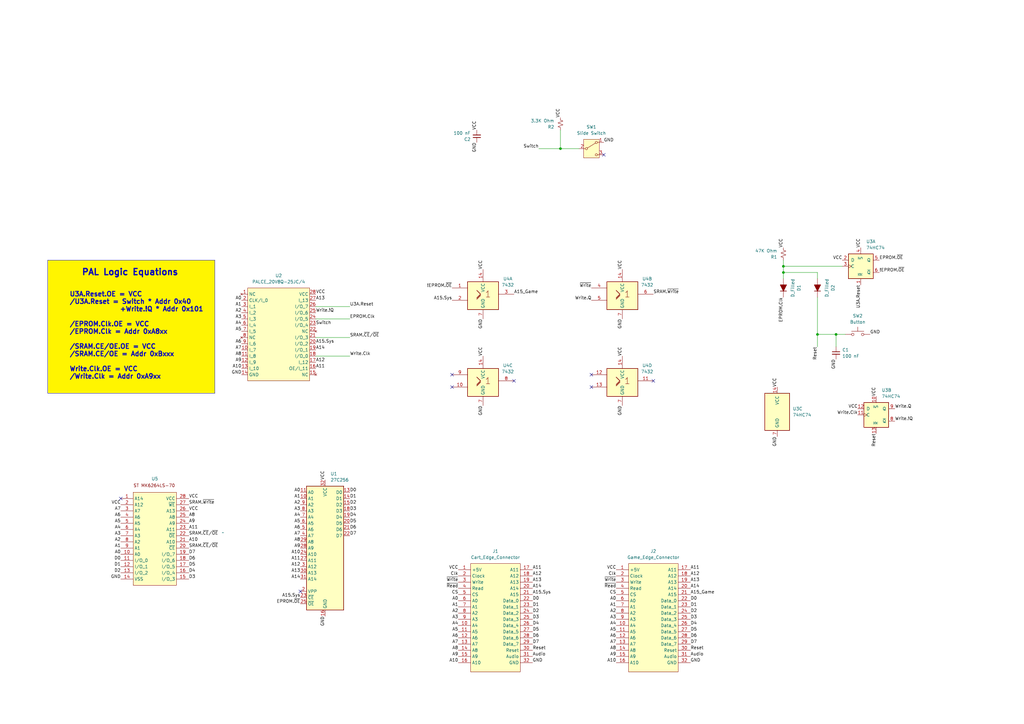
<source format=kicad_sch>
(kicad_sch
	(version 20231120)
	(generator "eeschema")
	(generator_version "8.0")
	(uuid "8c4a219d-2a57-4724-80f1-528398b647f2")
	(paper "A3")
	(lib_symbols
		(symbol "74xx:74HC74"
			(pin_names
				(offset 1.016)
			)
			(exclude_from_sim no)
			(in_bom yes)
			(on_board yes)
			(property "Reference" "U"
				(at -7.62 8.89 0)
				(effects
					(font
						(size 1.27 1.27)
					)
				)
			)
			(property "Value" "74HC74"
				(at -7.62 -8.89 0)
				(effects
					(font
						(size 1.27 1.27)
					)
				)
			)
			(property "Footprint" ""
				(at 0 0 0)
				(effects
					(font
						(size 1.27 1.27)
					)
					(hide yes)
				)
			)
			(property "Datasheet" "74xx/74hc_hct74.pdf"
				(at 0 0 0)
				(effects
					(font
						(size 1.27 1.27)
					)
					(hide yes)
				)
			)
			(property "Description" "Dual D Flip-flop, Set & Reset"
				(at 0 0 0)
				(effects
					(font
						(size 1.27 1.27)
					)
					(hide yes)
				)
			)
			(property "ki_locked" ""
				(at 0 0 0)
				(effects
					(font
						(size 1.27 1.27)
					)
				)
			)
			(property "ki_keywords" "TTL DFF"
				(at 0 0 0)
				(effects
					(font
						(size 1.27 1.27)
					)
					(hide yes)
				)
			)
			(property "ki_fp_filters" "DIP*W7.62mm*"
				(at 0 0 0)
				(effects
					(font
						(size 1.27 1.27)
					)
					(hide yes)
				)
			)
			(symbol "74HC74_1_0"
				(pin input line
					(at 0 -7.62 90)
					(length 2.54)
					(name "~{R}"
						(effects
							(font
								(size 1.27 1.27)
							)
						)
					)
					(number "1"
						(effects
							(font
								(size 1.27 1.27)
							)
						)
					)
				)
				(pin input line
					(at -7.62 2.54 0)
					(length 2.54)
					(name "D"
						(effects
							(font
								(size 1.27 1.27)
							)
						)
					)
					(number "2"
						(effects
							(font
								(size 1.27 1.27)
							)
						)
					)
				)
				(pin input clock
					(at -7.62 0 0)
					(length 2.54)
					(name "C"
						(effects
							(font
								(size 1.27 1.27)
							)
						)
					)
					(number "3"
						(effects
							(font
								(size 1.27 1.27)
							)
						)
					)
				)
				(pin input line
					(at 0 7.62 270)
					(length 2.54)
					(name "~{S}"
						(effects
							(font
								(size 1.27 1.27)
							)
						)
					)
					(number "4"
						(effects
							(font
								(size 1.27 1.27)
							)
						)
					)
				)
				(pin output line
					(at 7.62 2.54 180)
					(length 2.54)
					(name "Q"
						(effects
							(font
								(size 1.27 1.27)
							)
						)
					)
					(number "5"
						(effects
							(font
								(size 1.27 1.27)
							)
						)
					)
				)
				(pin output line
					(at 7.62 -2.54 180)
					(length 2.54)
					(name "~{Q}"
						(effects
							(font
								(size 1.27 1.27)
							)
						)
					)
					(number "6"
						(effects
							(font
								(size 1.27 1.27)
							)
						)
					)
				)
			)
			(symbol "74HC74_1_1"
				(rectangle
					(start -5.08 5.08)
					(end 5.08 -5.08)
					(stroke
						(width 0.254)
						(type default)
					)
					(fill
						(type background)
					)
				)
			)
			(symbol "74HC74_2_0"
				(pin input line
					(at 0 7.62 270)
					(length 2.54)
					(name "~{S}"
						(effects
							(font
								(size 1.27 1.27)
							)
						)
					)
					(number "10"
						(effects
							(font
								(size 1.27 1.27)
							)
						)
					)
				)
				(pin input clock
					(at -7.62 0 0)
					(length 2.54)
					(name "C"
						(effects
							(font
								(size 1.27 1.27)
							)
						)
					)
					(number "11"
						(effects
							(font
								(size 1.27 1.27)
							)
						)
					)
				)
				(pin input line
					(at -7.62 2.54 0)
					(length 2.54)
					(name "D"
						(effects
							(font
								(size 1.27 1.27)
							)
						)
					)
					(number "12"
						(effects
							(font
								(size 1.27 1.27)
							)
						)
					)
				)
				(pin input line
					(at 0 -7.62 90)
					(length 2.54)
					(name "~{R}"
						(effects
							(font
								(size 1.27 1.27)
							)
						)
					)
					(number "13"
						(effects
							(font
								(size 1.27 1.27)
							)
						)
					)
				)
				(pin output line
					(at 7.62 -2.54 180)
					(length 2.54)
					(name "~{Q}"
						(effects
							(font
								(size 1.27 1.27)
							)
						)
					)
					(number "8"
						(effects
							(font
								(size 1.27 1.27)
							)
						)
					)
				)
				(pin output line
					(at 7.62 2.54 180)
					(length 2.54)
					(name "Q"
						(effects
							(font
								(size 1.27 1.27)
							)
						)
					)
					(number "9"
						(effects
							(font
								(size 1.27 1.27)
							)
						)
					)
				)
			)
			(symbol "74HC74_2_1"
				(rectangle
					(start -5.08 5.08)
					(end 5.08 -5.08)
					(stroke
						(width 0.254)
						(type default)
					)
					(fill
						(type background)
					)
				)
			)
			(symbol "74HC74_3_0"
				(pin power_in line
					(at 0 10.16 270)
					(length 2.54)
					(name "VCC"
						(effects
							(font
								(size 1.27 1.27)
							)
						)
					)
					(number "14"
						(effects
							(font
								(size 1.27 1.27)
							)
						)
					)
				)
				(pin power_in line
					(at 0 -10.16 90)
					(length 2.54)
					(name "GND"
						(effects
							(font
								(size 1.27 1.27)
							)
						)
					)
					(number "7"
						(effects
							(font
								(size 1.27 1.27)
							)
						)
					)
				)
			)
			(symbol "74HC74_3_1"
				(rectangle
					(start -5.08 7.62)
					(end 5.08 -7.62)
					(stroke
						(width 0.254)
						(type default)
					)
					(fill
						(type background)
					)
				)
			)
		)
		(symbol "74xx_IEEE:7432"
			(exclude_from_sim no)
			(in_bom yes)
			(on_board yes)
			(property "Reference" "U"
				(at 2.54 6.35 0)
				(effects
					(font
						(size 1.27 1.27)
					)
				)
			)
			(property "Value" "7432"
				(at 3.81 -7.62 0)
				(effects
					(font
						(size 1.27 1.27)
					)
				)
			)
			(property "Footprint" ""
				(at 0 0 0)
				(effects
					(font
						(size 1.27 1.27)
					)
					(hide yes)
				)
			)
			(property "Datasheet" ""
				(at 0 0 0)
				(effects
					(font
						(size 1.27 1.27)
					)
					(hide yes)
				)
			)
			(property "Description" ""
				(at 0 0 0)
				(effects
					(font
						(size 1.27 1.27)
					)
					(hide yes)
				)
			)
			(symbol "7432_0_1"
				(rectangle
					(start -6.35 5.08)
					(end 6.35 -6.35)
					(stroke
						(width 0.254)
						(type default)
					)
					(fill
						(type background)
					)
				)
				(polyline
					(pts
						(xy -2.54 -2.032) (xy -1.016 -0.508) (xy -1.016 -0.508)
					)
					(stroke
						(width 0.254)
						(type default)
					)
					(fill
						(type background)
					)
				)
				(polyline
					(pts
						(xy -2.54 1.524) (xy -2.54 1.524) (xy -1.016 0) (xy -2.54 -1.524) (xy -2.54 -1.524)
					)
					(stroke
						(width 0.254)
						(type default)
					)
					(fill
						(type background)
					)
				)
				(text "1"
					(at 2.032 0 0)
					(effects
						(font
							(size 2.54 2.54)
						)
					)
				)
				(pin power_in line
					(at 0 10.16 270)
					(length 5.08)
					(name "VCC"
						(effects
							(font
								(size 1.27 1.27)
							)
						)
					)
					(number "14"
						(effects
							(font
								(size 1.27 1.27)
							)
						)
					)
				)
				(pin power_in line
					(at 0 -10.16 90)
					(length 3.81)
					(name "GND"
						(effects
							(font
								(size 1.27 1.27)
							)
						)
					)
					(number "7"
						(effects
							(font
								(size 1.27 1.27)
							)
						)
					)
				)
			)
			(symbol "7432_1_1"
				(pin input line
					(at -12.7 2.54 0)
					(length 6.35)
					(name "~"
						(effects
							(font
								(size 1.27 1.27)
							)
						)
					)
					(number "1"
						(effects
							(font
								(size 1.27 1.27)
							)
						)
					)
				)
				(pin input line
					(at -12.7 -2.54 0)
					(length 6.35)
					(name "~"
						(effects
							(font
								(size 1.27 1.27)
							)
						)
					)
					(number "2"
						(effects
							(font
								(size 1.27 1.27)
							)
						)
					)
				)
				(pin output line
					(at 12.7 0 180)
					(length 6.35)
					(name "~"
						(effects
							(font
								(size 1.27 1.27)
							)
						)
					)
					(number "3"
						(effects
							(font
								(size 1.27 1.27)
							)
						)
					)
				)
			)
			(symbol "7432_2_1"
				(pin input line
					(at -12.7 2.54 0)
					(length 6.35)
					(name "~"
						(effects
							(font
								(size 1.27 1.27)
							)
						)
					)
					(number "4"
						(effects
							(font
								(size 1.27 1.27)
							)
						)
					)
				)
				(pin input line
					(at -12.7 -2.54 0)
					(length 6.35)
					(name "~"
						(effects
							(font
								(size 1.27 1.27)
							)
						)
					)
					(number "5"
						(effects
							(font
								(size 1.27 1.27)
							)
						)
					)
				)
				(pin output line
					(at 12.7 0 180)
					(length 6.35)
					(name "~"
						(effects
							(font
								(size 1.27 1.27)
							)
						)
					)
					(number "6"
						(effects
							(font
								(size 1.27 1.27)
							)
						)
					)
				)
			)
			(symbol "7432_3_1"
				(pin input line
					(at -12.7 -2.54 0)
					(length 6.35)
					(name "~"
						(effects
							(font
								(size 1.27 1.27)
							)
						)
					)
					(number "10"
						(effects
							(font
								(size 1.27 1.27)
							)
						)
					)
				)
				(pin output line
					(at 12.7 0 180)
					(length 6.35)
					(name "~"
						(effects
							(font
								(size 1.27 1.27)
							)
						)
					)
					(number "8"
						(effects
							(font
								(size 1.27 1.27)
							)
						)
					)
				)
				(pin input line
					(at -12.7 2.54 0)
					(length 6.35)
					(name "~"
						(effects
							(font
								(size 1.27 1.27)
							)
						)
					)
					(number "9"
						(effects
							(font
								(size 1.27 1.27)
							)
						)
					)
				)
			)
			(symbol "7432_4_1"
				(pin output line
					(at 12.7 0 180)
					(length 6.35)
					(name "~"
						(effects
							(font
								(size 1.27 1.27)
							)
						)
					)
					(number "11"
						(effects
							(font
								(size 1.27 1.27)
							)
						)
					)
				)
				(pin input line
					(at -12.7 2.54 0)
					(length 6.35)
					(name "~"
						(effects
							(font
								(size 1.27 1.27)
							)
						)
					)
					(number "12"
						(effects
							(font
								(size 1.27 1.27)
							)
						)
					)
				)
				(pin input line
					(at -12.7 -2.54 0)
					(length 6.35)
					(name "~"
						(effects
							(font
								(size 1.27 1.27)
							)
						)
					)
					(number "13"
						(effects
							(font
								(size 1.27 1.27)
							)
						)
					)
				)
			)
		)
		(symbol "Datel:27C256"
			(exclude_from_sim no)
			(in_bom yes)
			(on_board yes)
			(property "Reference" "U1"
				(at 2.1941 30.48 0)
				(effects
					(font
						(size 1.27 1.27)
					)
					(justify left)
				)
			)
			(property "Value" "27C256"
				(at 2.1941 27.94 0)
				(effects
					(font
						(size 1.27 1.27)
					)
					(justify left)
				)
			)
			(property "Footprint" "GameGear:27C256"
				(at 4.318 41.402 0)
				(effects
					(font
						(size 1.27 1.27)
					)
					(hide yes)
				)
			)
			(property "Datasheet" "http://ww1.microchip.com/downloads/en/DeviceDoc/doc0014.pdf"
				(at 0.762 41.402 0)
				(effects
					(font
						(size 1.27 1.27)
					)
					(hide yes)
				)
			)
			(property "Description" "OTP EPROM 256 KiBit"
				(at 4.318 41.402 0)
				(effects
					(font
						(size 1.27 1.27)
					)
					(hide yes)
				)
			)
			(property "ki_keywords" "OTP EPROM 256 KiBit"
				(at 0 0 0)
				(effects
					(font
						(size 1.27 1.27)
					)
					(hide yes)
				)
			)
			(property "ki_fp_filters" "DIP*W15.24mm*"
				(at 0 0 0)
				(effects
					(font
						(size 1.27 1.27)
					)
					(hide yes)
				)
			)
			(symbol "27C256_1_1"
				(rectangle
					(start -7.62 25.4)
					(end 7.62 -25.4)
					(stroke
						(width 0.254)
						(type default)
					)
					(fill
						(type background)
					)
				)
				(pin input line
					(at -10.16 20.32 0)
					(length 2.54)
					(name "A1"
						(effects
							(font
								(size 1.27 1.27)
							)
						)
					)
					(number "10"
						(effects
							(font
								(size 1.27 1.27)
							)
						)
					)
				)
				(pin input line
					(at -10.16 22.86 0)
					(length 2.54)
					(name "A0"
						(effects
							(font
								(size 1.27 1.27)
							)
						)
					)
					(number "11"
						(effects
							(font
								(size 1.27 1.27)
							)
						)
					)
				)
				(pin tri_state line
					(at 10.16 22.86 180)
					(length 2.54)
					(name "D0"
						(effects
							(font
								(size 1.27 1.27)
							)
						)
					)
					(number "13"
						(effects
							(font
								(size 1.27 1.27)
							)
						)
					)
				)
				(pin tri_state line
					(at 10.16 20.32 180)
					(length 2.54)
					(name "D1"
						(effects
							(font
								(size 1.27 1.27)
							)
						)
					)
					(number "14"
						(effects
							(font
								(size 1.27 1.27)
							)
						)
					)
				)
				(pin tri_state line
					(at 10.16 17.78 180)
					(length 2.54)
					(name "D2"
						(effects
							(font
								(size 1.27 1.27)
							)
						)
					)
					(number "15"
						(effects
							(font
								(size 1.27 1.27)
							)
						)
					)
				)
				(pin power_in line
					(at 0 -27.94 90)
					(length 2.54)
					(name "GND"
						(effects
							(font
								(size 1.27 1.27)
							)
						)
					)
					(number "16"
						(effects
							(font
								(size 1.27 1.27)
							)
						)
					)
				)
				(pin tri_state line
					(at 10.16 15.24 180)
					(length 2.54)
					(name "D3"
						(effects
							(font
								(size 1.27 1.27)
							)
						)
					)
					(number "18"
						(effects
							(font
								(size 1.27 1.27)
							)
						)
					)
				)
				(pin tri_state line
					(at 10.16 12.7 180)
					(length 2.54)
					(name "D4"
						(effects
							(font
								(size 1.27 1.27)
							)
						)
					)
					(number "19"
						(effects
							(font
								(size 1.27 1.27)
							)
						)
					)
				)
				(pin input line
					(at -10.16 -17.78 0)
					(length 2.54)
					(name "VPP"
						(effects
							(font
								(size 1.27 1.27)
							)
						)
					)
					(number "2"
						(effects
							(font
								(size 1.27 1.27)
							)
						)
					)
				)
				(pin tri_state line
					(at 10.16 10.16 180)
					(length 2.54)
					(name "D5"
						(effects
							(font
								(size 1.27 1.27)
							)
						)
					)
					(number "20"
						(effects
							(font
								(size 1.27 1.27)
							)
						)
					)
				)
				(pin tri_state line
					(at 10.16 7.62 180)
					(length 2.54)
					(name "D6"
						(effects
							(font
								(size 1.27 1.27)
							)
						)
					)
					(number "21"
						(effects
							(font
								(size 1.27 1.27)
							)
						)
					)
				)
				(pin tri_state line
					(at 10.16 5.08 180)
					(length 2.54)
					(name "D7"
						(effects
							(font
								(size 1.27 1.27)
							)
						)
					)
					(number "22"
						(effects
							(font
								(size 1.27 1.27)
							)
						)
					)
				)
				(pin input line
					(at -10.16 -20.32 0)
					(length 2.54)
					(name "~{CE}"
						(effects
							(font
								(size 1.27 1.27)
							)
						)
					)
					(number "23"
						(effects
							(font
								(size 1.27 1.27)
							)
						)
					)
				)
				(pin input line
					(at -10.16 -2.54 0)
					(length 2.54)
					(name "A10"
						(effects
							(font
								(size 1.27 1.27)
							)
						)
					)
					(number "24"
						(effects
							(font
								(size 1.27 1.27)
							)
						)
					)
				)
				(pin input line
					(at -10.16 -22.86 0)
					(length 2.54)
					(name "~{OE}"
						(effects
							(font
								(size 1.27 1.27)
							)
						)
					)
					(number "25"
						(effects
							(font
								(size 1.27 1.27)
							)
						)
					)
				)
				(pin input line
					(at -10.16 -5.08 0)
					(length 2.54)
					(name "A11"
						(effects
							(font
								(size 1.27 1.27)
							)
						)
					)
					(number "27"
						(effects
							(font
								(size 1.27 1.27)
							)
						)
					)
				)
				(pin input line
					(at -10.16 0 0)
					(length 2.54)
					(name "A9"
						(effects
							(font
								(size 1.27 1.27)
							)
						)
					)
					(number "28"
						(effects
							(font
								(size 1.27 1.27)
							)
						)
					)
				)
				(pin input line
					(at -10.16 2.54 0)
					(length 2.54)
					(name "A8"
						(effects
							(font
								(size 1.27 1.27)
							)
						)
					)
					(number "29"
						(effects
							(font
								(size 1.27 1.27)
							)
						)
					)
				)
				(pin input line
					(at -10.16 -7.62 0)
					(length 2.54)
					(name "A12"
						(effects
							(font
								(size 1.27 1.27)
							)
						)
					)
					(number "3"
						(effects
							(font
								(size 1.27 1.27)
							)
						)
					)
				)
				(pin input line
					(at -10.16 -10.16 0)
					(length 2.54)
					(name "A13"
						(effects
							(font
								(size 1.27 1.27)
							)
						)
					)
					(number "30"
						(effects
							(font
								(size 1.27 1.27)
							)
						)
					)
				)
				(pin input line
					(at -10.16 -12.7 0)
					(length 2.54)
					(name "A14"
						(effects
							(font
								(size 1.27 1.27)
							)
						)
					)
					(number "31"
						(effects
							(font
								(size 1.27 1.27)
							)
						)
					)
				)
				(pin power_in line
					(at 0 27.94 270)
					(length 2.54)
					(name "VCC"
						(effects
							(font
								(size 1.27 1.27)
							)
						)
					)
					(number "32"
						(effects
							(font
								(size 1.27 1.27)
							)
						)
					)
				)
				(pin input line
					(at -10.16 5.08 0)
					(length 2.54)
					(name "A7"
						(effects
							(font
								(size 1.27 1.27)
							)
						)
					)
					(number "4"
						(effects
							(font
								(size 1.27 1.27)
							)
						)
					)
				)
				(pin input line
					(at -10.16 7.62 0)
					(length 2.54)
					(name "A6"
						(effects
							(font
								(size 1.27 1.27)
							)
						)
					)
					(number "5"
						(effects
							(font
								(size 1.27 1.27)
							)
						)
					)
				)
				(pin input line
					(at -10.16 10.16 0)
					(length 2.54)
					(name "A5"
						(effects
							(font
								(size 1.27 1.27)
							)
						)
					)
					(number "6"
						(effects
							(font
								(size 1.27 1.27)
							)
						)
					)
				)
				(pin input line
					(at -10.16 12.7 0)
					(length 2.54)
					(name "A4"
						(effects
							(font
								(size 1.27 1.27)
							)
						)
					)
					(number "7"
						(effects
							(font
								(size 1.27 1.27)
							)
						)
					)
				)
				(pin input line
					(at -10.16 15.24 0)
					(length 2.54)
					(name "A3"
						(effects
							(font
								(size 1.27 1.27)
							)
						)
					)
					(number "8"
						(effects
							(font
								(size 1.27 1.27)
							)
						)
					)
				)
				(pin input line
					(at -10.16 17.78 0)
					(length 2.54)
					(name "A2"
						(effects
							(font
								(size 1.27 1.27)
							)
						)
					)
					(number "9"
						(effects
							(font
								(size 1.27 1.27)
							)
						)
					)
				)
			)
		)
		(symbol "Datel:Game_Edge_Connector"
			(exclude_from_sim no)
			(in_bom yes)
			(on_board yes)
			(property "Reference" "J2"
				(at 0 15.24 0)
				(effects
					(font
						(size 1.27 1.27)
					)
				)
			)
			(property "Value" "Game_Edge_Connector"
				(at 0 12.7 0)
				(effects
					(font
						(size 1.27 1.27)
					)
				)
			)
			(property "Footprint" "Gameboy:Cartridge Slot, GBC"
				(at 0 0 0)
				(effects
					(font
						(size 1.27 1.27)
					)
					(hide yes)
				)
			)
			(property "Datasheet" ""
				(at 0 0 0)
				(effects
					(font
						(size 1.27 1.27)
					)
					(hide yes)
				)
			)
			(property "Description" ""
				(at 0 0 0)
				(effects
					(font
						(size 1.27 1.27)
					)
					(hide yes)
				)
			)
			(symbol "Game_Edge_Connector_1_1"
				(rectangle
					(start -10.16 10.16)
					(end 10.16 -34.29)
					(stroke
						(width 0)
						(type default)
					)
					(fill
						(type background)
					)
				)
				(pin power_in line
					(at -15.24 7.62 0)
					(length 5.08)
					(name "+5V"
						(effects
							(font
								(size 1.27 1.27)
							)
						)
					)
					(number "1"
						(effects
							(font
								(size 1.27 1.27)
							)
						)
					)
				)
				(pin bidirectional line
					(at -15.24 -15.24 0)
					(length 5.08)
					(name "A4"
						(effects
							(font
								(size 1.27 1.27)
							)
						)
					)
					(number "10"
						(effects
							(font
								(size 1.27 1.27)
							)
						)
					)
				)
				(pin bidirectional line
					(at -15.24 -17.78 0)
					(length 5.08)
					(name "A5"
						(effects
							(font
								(size 1.27 1.27)
							)
						)
					)
					(number "11"
						(effects
							(font
								(size 1.27 1.27)
							)
						)
					)
				)
				(pin bidirectional line
					(at -15.24 -20.32 0)
					(length 5.08)
					(name "A6"
						(effects
							(font
								(size 1.27 1.27)
							)
						)
					)
					(number "12"
						(effects
							(font
								(size 1.27 1.27)
							)
						)
					)
				)
				(pin bidirectional line
					(at -15.24 -22.86 0)
					(length 5.08)
					(name "A7"
						(effects
							(font
								(size 1.27 1.27)
							)
						)
					)
					(number "13"
						(effects
							(font
								(size 1.27 1.27)
							)
						)
					)
				)
				(pin bidirectional line
					(at -15.24 -25.4 0)
					(length 5.08)
					(name "A8"
						(effects
							(font
								(size 1.27 1.27)
							)
						)
					)
					(number "14"
						(effects
							(font
								(size 1.27 1.27)
							)
						)
					)
				)
				(pin bidirectional line
					(at -15.24 -27.94 0)
					(length 5.08)
					(name "A9"
						(effects
							(font
								(size 1.27 1.27)
							)
						)
					)
					(number "15"
						(effects
							(font
								(size 1.27 1.27)
							)
						)
					)
				)
				(pin bidirectional line
					(at -15.24 -30.48 0)
					(length 5.08)
					(name "A10"
						(effects
							(font
								(size 1.27 1.27)
							)
						)
					)
					(number "16"
						(effects
							(font
								(size 1.27 1.27)
							)
						)
					)
				)
				(pin bidirectional line
					(at 15.24 7.62 180)
					(length 5.08)
					(name "A11"
						(effects
							(font
								(size 1.27 1.27)
							)
						)
					)
					(number "17"
						(effects
							(font
								(size 1.27 1.27)
							)
						)
					)
				)
				(pin bidirectional line
					(at 15.24 5.08 180)
					(length 5.08)
					(name "A12"
						(effects
							(font
								(size 1.27 1.27)
							)
						)
					)
					(number "18"
						(effects
							(font
								(size 1.27 1.27)
							)
						)
					)
				)
				(pin bidirectional line
					(at 15.24 2.54 180)
					(length 5.08)
					(name "A13"
						(effects
							(font
								(size 1.27 1.27)
							)
						)
					)
					(number "19"
						(effects
							(font
								(size 1.27 1.27)
							)
						)
					)
				)
				(pin bidirectional line
					(at -15.24 5.08 0)
					(length 5.08)
					(name "Clock"
						(effects
							(font
								(size 1.27 1.27)
							)
						)
					)
					(number "2"
						(effects
							(font
								(size 1.27 1.27)
							)
						)
					)
				)
				(pin bidirectional line
					(at 15.24 0 180)
					(length 5.08)
					(name "A14"
						(effects
							(font
								(size 1.27 1.27)
							)
						)
					)
					(number "20"
						(effects
							(font
								(size 1.27 1.27)
							)
						)
					)
				)
				(pin bidirectional line
					(at 15.24 -2.54 180)
					(length 5.08)
					(name "A15"
						(effects
							(font
								(size 1.27 1.27)
							)
						)
					)
					(number "21"
						(effects
							(font
								(size 1.27 1.27)
							)
						)
					)
				)
				(pin bidirectional line
					(at 15.24 -5.08 180)
					(length 5.08)
					(name "Data_0"
						(effects
							(font
								(size 1.27 1.27)
							)
						)
					)
					(number "22"
						(effects
							(font
								(size 1.27 1.27)
							)
						)
					)
				)
				(pin bidirectional line
					(at 15.24 -7.62 180)
					(length 5.08)
					(name "Data_1"
						(effects
							(font
								(size 1.27 1.27)
							)
						)
					)
					(number "23"
						(effects
							(font
								(size 1.27 1.27)
							)
						)
					)
				)
				(pin bidirectional line
					(at 15.24 -10.16 180)
					(length 5.08)
					(name "Data_2"
						(effects
							(font
								(size 1.27 1.27)
							)
						)
					)
					(number "24"
						(effects
							(font
								(size 1.27 1.27)
							)
						)
					)
				)
				(pin bidirectional line
					(at 15.24 -12.7 180)
					(length 5.08)
					(name "Data_3"
						(effects
							(font
								(size 1.27 1.27)
							)
						)
					)
					(number "25"
						(effects
							(font
								(size 1.27 1.27)
							)
						)
					)
				)
				(pin bidirectional line
					(at 15.24 -15.24 180)
					(length 5.08)
					(name "Data_4"
						(effects
							(font
								(size 1.27 1.27)
							)
						)
					)
					(number "26"
						(effects
							(font
								(size 1.27 1.27)
							)
						)
					)
				)
				(pin bidirectional line
					(at 15.24 -17.78 180)
					(length 5.08)
					(name "Data_5"
						(effects
							(font
								(size 1.27 1.27)
							)
						)
					)
					(number "27"
						(effects
							(font
								(size 1.27 1.27)
							)
						)
					)
				)
				(pin bidirectional line
					(at 15.24 -20.32 180)
					(length 5.08)
					(name "Data_6"
						(effects
							(font
								(size 1.27 1.27)
							)
						)
					)
					(number "28"
						(effects
							(font
								(size 1.27 1.27)
							)
						)
					)
				)
				(pin bidirectional line
					(at 15.24 -22.86 180)
					(length 5.08)
					(name "Data_7"
						(effects
							(font
								(size 1.27 1.27)
							)
						)
					)
					(number "29"
						(effects
							(font
								(size 1.27 1.27)
							)
						)
					)
				)
				(pin bidirectional line
					(at -15.24 2.54 0)
					(length 5.08)
					(name "Write"
						(effects
							(font
								(size 1.27 1.27)
							)
						)
					)
					(number "3"
						(effects
							(font
								(size 1.27 1.27)
							)
						)
					)
				)
				(pin bidirectional line
					(at 15.24 -25.4 180)
					(length 5.08)
					(name "Reset"
						(effects
							(font
								(size 1.27 1.27)
							)
						)
					)
					(number "30"
						(effects
							(font
								(size 1.27 1.27)
							)
						)
					)
				)
				(pin bidirectional line
					(at 15.24 -27.94 180)
					(length 5.08)
					(name "Audio"
						(effects
							(font
								(size 1.27 1.27)
							)
						)
					)
					(number "31"
						(effects
							(font
								(size 1.27 1.27)
							)
						)
					)
				)
				(pin bidirectional line
					(at 15.24 -30.48 180)
					(length 5.08)
					(name "GND"
						(effects
							(font
								(size 1.27 1.27)
							)
						)
					)
					(number "32"
						(effects
							(font
								(size 1.27 1.27)
							)
						)
					)
				)
				(pin bidirectional line
					(at -15.24 0 0)
					(length 5.08)
					(name "Read"
						(effects
							(font
								(size 1.27 1.27)
							)
						)
					)
					(number "4"
						(effects
							(font
								(size 1.27 1.27)
							)
						)
					)
				)
				(pin bidirectional line
					(at -15.24 -2.54 0)
					(length 5.08)
					(name "CS"
						(effects
							(font
								(size 1.27 1.27)
							)
						)
					)
					(number "5"
						(effects
							(font
								(size 1.27 1.27)
							)
						)
					)
				)
				(pin bidirectional line
					(at -15.24 -5.08 0)
					(length 5.08)
					(name "A0"
						(effects
							(font
								(size 1.27 1.27)
							)
						)
					)
					(number "6"
						(effects
							(font
								(size 1.27 1.27)
							)
						)
					)
				)
				(pin bidirectional line
					(at -15.24 -7.62 0)
					(length 5.08)
					(name "A1"
						(effects
							(font
								(size 1.27 1.27)
							)
						)
					)
					(number "7"
						(effects
							(font
								(size 1.27 1.27)
							)
						)
					)
				)
				(pin bidirectional line
					(at -15.24 -10.16 0)
					(length 5.08)
					(name "A2"
						(effects
							(font
								(size 1.27 1.27)
							)
						)
					)
					(number "8"
						(effects
							(font
								(size 1.27 1.27)
							)
						)
					)
				)
				(pin bidirectional line
					(at -15.24 -12.7 0)
					(length 5.08)
					(name "A3"
						(effects
							(font
								(size 1.27 1.27)
							)
						)
					)
					(number "9"
						(effects
							(font
								(size 1.27 1.27)
							)
						)
					)
				)
			)
		)
		(symbol "Datel:MK6264LS-70"
			(exclude_from_sim no)
			(in_bom yes)
			(on_board yes)
			(property "Reference" "U5"
				(at 0 22.098 0)
				(effects
					(font
						(size 1.27 1.27)
					)
				)
			)
			(property "Value" "~"
				(at 27.94 0 0)
				(effects
					(font
						(size 1.27 1.27)
					)
				)
			)
			(property "Footprint" "Blaze Xplorer GB:HM628128BLFP-8"
				(at -27.94 0 0)
				(effects
					(font
						(size 1.27 1.27)
					)
					(hide yes)
				)
			)
			(property "Datasheet" ""
				(at 27.94 0 0)
				(effects
					(font
						(size 1.27 1.27)
					)
					(hide yes)
				)
			)
			(property "Description" ""
				(at 0 0 0)
				(effects
					(font
						(size 1.27 1.27)
					)
					(hide yes)
				)
			)
			(symbol "MK6264LS-70_1_1"
				(rectangle
					(start -8.89 16.51)
					(end 8.89 -21.59)
					(stroke
						(width 0)
						(type default)
					)
					(fill
						(type background)
					)
				)
				(text "ST MK6264LS-70"
					(at -0.254 19.304 0)
					(effects
						(font
							(size 1.27 1.27)
						)
					)
				)
				(pin input line
					(at -13.97 13.97 0)
					(length 5.08)
					(name "A14"
						(effects
							(font
								(size 1.27 1.27)
							)
						)
					)
					(number "1"
						(effects
							(font
								(size 1.27 1.27)
							)
						)
					)
				)
				(pin input line
					(at -13.97 -8.89 0)
					(length 5.08)
					(name "A0"
						(effects
							(font
								(size 1.27 1.27)
							)
						)
					)
					(number "10"
						(effects
							(font
								(size 1.27 1.27)
							)
						)
					)
				)
				(pin bidirectional line
					(at -13.97 -11.43 0)
					(length 5.08)
					(name "I/O_0"
						(effects
							(font
								(size 1.27 1.27)
							)
						)
					)
					(number "11"
						(effects
							(font
								(size 1.27 1.27)
							)
						)
					)
				)
				(pin bidirectional line
					(at -13.97 -13.97 0)
					(length 5.08)
					(name "I/O_1"
						(effects
							(font
								(size 1.27 1.27)
							)
						)
					)
					(number "12"
						(effects
							(font
								(size 1.27 1.27)
							)
						)
					)
				)
				(pin bidirectional line
					(at -13.97 -16.51 0)
					(length 5.08)
					(name "I/O_2"
						(effects
							(font
								(size 1.27 1.27)
							)
						)
					)
					(number "13"
						(effects
							(font
								(size 1.27 1.27)
							)
						)
					)
				)
				(pin power_in line
					(at -13.97 -19.05 0)
					(length 5.08)
					(name "VSS"
						(effects
							(font
								(size 1.27 1.27)
							)
						)
					)
					(number "14"
						(effects
							(font
								(size 1.27 1.27)
							)
						)
					)
				)
				(pin bidirectional line
					(at 13.97 -19.05 180)
					(length 5.08)
					(name "I/O_3"
						(effects
							(font
								(size 1.27 1.27)
							)
						)
					)
					(number "15"
						(effects
							(font
								(size 1.27 1.27)
							)
						)
					)
				)
				(pin bidirectional line
					(at 13.97 -16.51 180)
					(length 5.08)
					(name "I/O_4"
						(effects
							(font
								(size 1.27 1.27)
							)
						)
					)
					(number "16"
						(effects
							(font
								(size 1.27 1.27)
							)
						)
					)
				)
				(pin bidirectional line
					(at 13.97 -13.97 180)
					(length 5.08)
					(name "I/O_5"
						(effects
							(font
								(size 1.27 1.27)
							)
						)
					)
					(number "17"
						(effects
							(font
								(size 1.27 1.27)
							)
						)
					)
				)
				(pin bidirectional line
					(at 13.97 -11.43 180)
					(length 5.08)
					(name "I/O_6"
						(effects
							(font
								(size 1.27 1.27)
							)
						)
					)
					(number "18"
						(effects
							(font
								(size 1.27 1.27)
							)
						)
					)
				)
				(pin bidirectional line
					(at 13.97 -8.89 180)
					(length 5.08)
					(name "I/O_7"
						(effects
							(font
								(size 1.27 1.27)
							)
						)
					)
					(number "19"
						(effects
							(font
								(size 1.27 1.27)
							)
						)
					)
				)
				(pin input line
					(at -13.97 11.43 0)
					(length 5.08)
					(name "A12"
						(effects
							(font
								(size 1.27 1.27)
							)
						)
					)
					(number "2"
						(effects
							(font
								(size 1.27 1.27)
							)
						)
					)
				)
				(pin input line
					(at 13.97 -6.35 180)
					(length 5.08)
					(name "~{CE}"
						(effects
							(font
								(size 1.27 1.27)
							)
						)
					)
					(number "20"
						(effects
							(font
								(size 1.27 1.27)
							)
						)
					)
				)
				(pin input line
					(at 13.97 -3.81 180)
					(length 5.08)
					(name "A10"
						(effects
							(font
								(size 1.27 1.27)
							)
						)
					)
					(number "21"
						(effects
							(font
								(size 1.27 1.27)
							)
						)
					)
				)
				(pin input line
					(at 13.97 -1.27 180)
					(length 5.08)
					(name "~{OE}"
						(effects
							(font
								(size 1.27 1.27)
							)
						)
					)
					(number "22"
						(effects
							(font
								(size 1.27 1.27)
							)
						)
					)
				)
				(pin input line
					(at 13.97 1.27 180)
					(length 5.08)
					(name "A11"
						(effects
							(font
								(size 1.27 1.27)
							)
						)
					)
					(number "23"
						(effects
							(font
								(size 1.27 1.27)
							)
						)
					)
				)
				(pin input line
					(at 13.97 3.81 180)
					(length 5.08)
					(name "A9"
						(effects
							(font
								(size 1.27 1.27)
							)
						)
					)
					(number "24"
						(effects
							(font
								(size 1.27 1.27)
							)
						)
					)
				)
				(pin input line
					(at 13.97 6.35 180)
					(length 5.08)
					(name "A8"
						(effects
							(font
								(size 1.27 1.27)
							)
						)
					)
					(number "25"
						(effects
							(font
								(size 1.27 1.27)
							)
						)
					)
				)
				(pin input line
					(at 13.97 8.89 180)
					(length 5.08)
					(name "A13"
						(effects
							(font
								(size 1.27 1.27)
							)
						)
					)
					(number "26"
						(effects
							(font
								(size 1.27 1.27)
							)
						)
					)
				)
				(pin input line
					(at 13.97 11.43 180)
					(length 5.08)
					(name "~{WE}"
						(effects
							(font
								(size 1.27 1.27)
							)
						)
					)
					(number "27"
						(effects
							(font
								(size 1.27 1.27)
							)
						)
					)
				)
				(pin power_in line
					(at 13.97 13.97 180)
					(length 5.08)
					(name "VCC"
						(effects
							(font
								(size 1.27 1.27)
							)
						)
					)
					(number "28"
						(effects
							(font
								(size 1.27 1.27)
							)
						)
					)
				)
				(pin input line
					(at -13.97 8.89 0)
					(length 5.08)
					(name "A7"
						(effects
							(font
								(size 1.27 1.27)
							)
						)
					)
					(number "3"
						(effects
							(font
								(size 1.27 1.27)
							)
						)
					)
				)
				(pin input line
					(at -13.97 6.35 0)
					(length 5.08)
					(name "A6"
						(effects
							(font
								(size 1.27 1.27)
							)
						)
					)
					(number "4"
						(effects
							(font
								(size 1.27 1.27)
							)
						)
					)
				)
				(pin input line
					(at -13.97 3.81 0)
					(length 5.08)
					(name "A5"
						(effects
							(font
								(size 1.27 1.27)
							)
						)
					)
					(number "5"
						(effects
							(font
								(size 1.27 1.27)
							)
						)
					)
				)
				(pin input line
					(at -13.97 1.27 0)
					(length 5.08)
					(name "A4"
						(effects
							(font
								(size 1.27 1.27)
							)
						)
					)
					(number "6"
						(effects
							(font
								(size 1.27 1.27)
							)
						)
					)
				)
				(pin input line
					(at -13.97 -1.27 0)
					(length 5.08)
					(name "A3"
						(effects
							(font
								(size 1.27 1.27)
							)
						)
					)
					(number "7"
						(effects
							(font
								(size 1.27 1.27)
							)
						)
					)
				)
				(pin input line
					(at -13.97 -3.81 0)
					(length 5.08)
					(name "A2"
						(effects
							(font
								(size 1.27 1.27)
							)
						)
					)
					(number "8"
						(effects
							(font
								(size 1.27 1.27)
							)
						)
					)
				)
				(pin input line
					(at -13.97 -6.35 0)
					(length 5.08)
					(name "A1"
						(effects
							(font
								(size 1.27 1.27)
							)
						)
					)
					(number "9"
						(effects
							(font
								(size 1.27 1.27)
							)
						)
					)
				)
			)
		)
		(symbol "Datel:PALCE_20V8H-25JC/4"
			(exclude_from_sim no)
			(in_bom yes)
			(on_board yes)
			(property "Reference" "U2"
				(at 0 20.32 0)
				(effects
					(font
						(size 1.27 1.27)
					)
				)
			)
			(property "Value" "PALCE_20V8Q-25JC/4"
				(at 0 17.78 0)
				(effects
					(font
						(size 1.27 1.27)
					)
				)
			)
			(property "Footprint" "GameGear:PALCE 20V8Q"
				(at 0 0 0)
				(effects
					(font
						(size 1.27 1.27)
					)
					(hide yes)
				)
			)
			(property "Datasheet" ""
				(at 0 0 0)
				(effects
					(font
						(size 1.27 1.27)
					)
					(hide yes)
				)
			)
			(property "Description" ""
				(at 0 0 0)
				(effects
					(font
						(size 1.27 1.27)
					)
					(hide yes)
				)
			)
			(symbol "PALCE_20V8H-25JC/4_1_0"
				(rectangle
					(start -12.7 15.24)
					(end 12.7 -22.86)
					(stroke
						(width 0)
						(type default)
					)
					(fill
						(type background)
					)
				)
			)
			(symbol "PALCE_20V8H-25JC/4_1_1"
				(pin no_connect line
					(at -15.24 12.7 0)
					(length 2.54)
					(name "NC"
						(effects
							(font
								(size 1.27 1.27)
							)
						)
					)
					(number "1"
						(effects
							(font
								(size 1.27 1.27)
							)
						)
					)
				)
				(pin bidirectional line
					(at -15.24 -10.16 0)
					(length 2.54)
					(name "I_7"
						(effects
							(font
								(size 1.27 1.27)
							)
						)
					)
					(number "10"
						(effects
							(font
								(size 1.27 1.27)
							)
						)
					)
				)
				(pin bidirectional line
					(at -15.24 -12.7 0)
					(length 2.54)
					(name "I_8"
						(effects
							(font
								(size 1.27 1.27)
							)
						)
					)
					(number "11"
						(effects
							(font
								(size 1.27 1.27)
							)
						)
					)
				)
				(pin bidirectional line
					(at -15.24 -15.24 0)
					(length 2.54)
					(name "I_9"
						(effects
							(font
								(size 1.27 1.27)
							)
						)
					)
					(number "12"
						(effects
							(font
								(size 1.27 1.27)
							)
						)
					)
				)
				(pin bidirectional line
					(at -15.24 -17.78 0)
					(length 2.54)
					(name "I_10"
						(effects
							(font
								(size 1.27 1.27)
							)
						)
					)
					(number "13"
						(effects
							(font
								(size 1.27 1.27)
							)
						)
					)
				)
				(pin bidirectional line
					(at -15.24 -20.32 0)
					(length 2.54)
					(name "GND"
						(effects
							(font
								(size 1.27 1.27)
							)
						)
					)
					(number "14"
						(effects
							(font
								(size 1.27 1.27)
							)
						)
					)
				)
				(pin no_connect line
					(at 15.24 -20.32 180)
					(length 2.54)
					(name "NC"
						(effects
							(font
								(size 1.27 1.27)
							)
						)
					)
					(number "15"
						(effects
							(font
								(size 1.27 1.27)
							)
						)
					)
				)
				(pin bidirectional line
					(at 15.24 -17.78 180)
					(length 2.54)
					(name "OE/I_11"
						(effects
							(font
								(size 1.27 1.27)
							)
						)
					)
					(number "16"
						(effects
							(font
								(size 1.27 1.27)
							)
						)
					)
				)
				(pin bidirectional line
					(at 15.24 -15.24 180)
					(length 2.54)
					(name "I_12"
						(effects
							(font
								(size 1.27 1.27)
							)
						)
					)
					(number "17"
						(effects
							(font
								(size 1.27 1.27)
							)
						)
					)
				)
				(pin bidirectional line
					(at 15.24 -12.7 180)
					(length 2.54)
					(name "I/O_0"
						(effects
							(font
								(size 1.27 1.27)
							)
						)
					)
					(number "18"
						(effects
							(font
								(size 1.27 1.27)
							)
						)
					)
				)
				(pin bidirectional line
					(at 15.24 -10.16 180)
					(length 2.54)
					(name "I/O_1"
						(effects
							(font
								(size 1.27 1.27)
							)
						)
					)
					(number "19"
						(effects
							(font
								(size 1.27 1.27)
							)
						)
					)
				)
				(pin bidirectional line
					(at -15.24 10.16 0)
					(length 2.54)
					(name "CLK/I_0"
						(effects
							(font
								(size 1.27 1.27)
							)
						)
					)
					(number "2"
						(effects
							(font
								(size 1.27 1.27)
							)
						)
					)
				)
				(pin bidirectional line
					(at 15.24 -7.62 180)
					(length 2.54)
					(name "I/O_2"
						(effects
							(font
								(size 1.27 1.27)
							)
						)
					)
					(number "20"
						(effects
							(font
								(size 1.27 1.27)
							)
						)
					)
				)
				(pin bidirectional line
					(at 15.24 -5.08 180)
					(length 2.54)
					(name "I/O_3"
						(effects
							(font
								(size 1.27 1.27)
							)
						)
					)
					(number "21"
						(effects
							(font
								(size 1.27 1.27)
							)
						)
					)
				)
				(pin no_connect line
					(at 15.24 -2.54 180)
					(length 2.54)
					(name "NC"
						(effects
							(font
								(size 1.27 1.27)
							)
						)
					)
					(number "22"
						(effects
							(font
								(size 1.27 1.27)
							)
						)
					)
				)
				(pin bidirectional line
					(at 15.24 0 180)
					(length 2.54)
					(name "I/O_4"
						(effects
							(font
								(size 1.27 1.27)
							)
						)
					)
					(number "23"
						(effects
							(font
								(size 1.27 1.27)
							)
						)
					)
				)
				(pin bidirectional line
					(at 15.24 2.54 180)
					(length 2.54)
					(name "I/O_5"
						(effects
							(font
								(size 1.27 1.27)
							)
						)
					)
					(number "24"
						(effects
							(font
								(size 1.27 1.27)
							)
						)
					)
				)
				(pin bidirectional line
					(at 15.24 5.08 180)
					(length 2.54)
					(name "I/O_6"
						(effects
							(font
								(size 1.27 1.27)
							)
						)
					)
					(number "25"
						(effects
							(font
								(size 1.27 1.27)
							)
						)
					)
				)
				(pin bidirectional line
					(at 15.24 7.62 180)
					(length 2.54)
					(name "I/O_7"
						(effects
							(font
								(size 1.27 1.27)
							)
						)
					)
					(number "26"
						(effects
							(font
								(size 1.27 1.27)
							)
						)
					)
				)
				(pin bidirectional line
					(at 15.24 10.16 180)
					(length 2.54)
					(name "I_13"
						(effects
							(font
								(size 1.27 1.27)
							)
						)
					)
					(number "27"
						(effects
							(font
								(size 1.27 1.27)
							)
						)
					)
				)
				(pin bidirectional line
					(at 15.24 12.7 180)
					(length 2.54)
					(name "VCC"
						(effects
							(font
								(size 1.27 1.27)
							)
						)
					)
					(number "28"
						(effects
							(font
								(size 1.27 1.27)
							)
						)
					)
				)
				(pin bidirectional line
					(at -15.24 7.62 0)
					(length 2.54)
					(name "I_1"
						(effects
							(font
								(size 1.27 1.27)
							)
						)
					)
					(number "3"
						(effects
							(font
								(size 1.27 1.27)
							)
						)
					)
				)
				(pin bidirectional line
					(at -15.24 5.08 0)
					(length 2.54)
					(name "I_2"
						(effects
							(font
								(size 1.27 1.27)
							)
						)
					)
					(number "4"
						(effects
							(font
								(size 1.27 1.27)
							)
						)
					)
				)
				(pin bidirectional line
					(at -15.24 2.54 0)
					(length 2.54)
					(name "I_3"
						(effects
							(font
								(size 1.27 1.27)
							)
						)
					)
					(number "5"
						(effects
							(font
								(size 1.27 1.27)
							)
						)
					)
				)
				(pin bidirectional line
					(at -15.24 0 0)
					(length 2.54)
					(name "I_4"
						(effects
							(font
								(size 1.27 1.27)
							)
						)
					)
					(number "6"
						(effects
							(font
								(size 1.27 1.27)
							)
						)
					)
				)
				(pin bidirectional line
					(at -15.24 -2.54 0)
					(length 2.54)
					(name "I_5"
						(effects
							(font
								(size 1.27 1.27)
							)
						)
					)
					(number "7"
						(effects
							(font
								(size 1.27 1.27)
							)
						)
					)
				)
				(pin no_connect line
					(at -15.24 -5.08 0)
					(length 2.54)
					(name "NC"
						(effects
							(font
								(size 1.27 1.27)
							)
						)
					)
					(number "8"
						(effects
							(font
								(size 1.27 1.27)
							)
						)
					)
				)
				(pin bidirectional line
					(at -15.24 -7.62 0)
					(length 2.54)
					(name "I_6"
						(effects
							(font
								(size 1.27 1.27)
							)
						)
					)
					(number "9"
						(effects
							(font
								(size 1.27 1.27)
							)
						)
					)
				)
			)
		)
		(symbol "Device:C_Small"
			(pin_numbers hide)
			(pin_names
				(offset 0.254) hide)
			(exclude_from_sim no)
			(in_bom yes)
			(on_board yes)
			(property "Reference" "C"
				(at 0.254 1.778 0)
				(effects
					(font
						(size 1.27 1.27)
					)
					(justify left)
				)
			)
			(property "Value" "C_Small"
				(at 0.254 -2.032 0)
				(effects
					(font
						(size 1.27 1.27)
					)
					(justify left)
				)
			)
			(property "Footprint" ""
				(at 0 0 0)
				(effects
					(font
						(size 1.27 1.27)
					)
					(hide yes)
				)
			)
			(property "Datasheet" "~"
				(at 0 0 0)
				(effects
					(font
						(size 1.27 1.27)
					)
					(hide yes)
				)
			)
			(property "Description" "Unpolarized capacitor, small symbol"
				(at 0 0 0)
				(effects
					(font
						(size 1.27 1.27)
					)
					(hide yes)
				)
			)
			(property "ki_keywords" "capacitor cap"
				(at 0 0 0)
				(effects
					(font
						(size 1.27 1.27)
					)
					(hide yes)
				)
			)
			(property "ki_fp_filters" "C_*"
				(at 0 0 0)
				(effects
					(font
						(size 1.27 1.27)
					)
					(hide yes)
				)
			)
			(symbol "C_Small_0_1"
				(polyline
					(pts
						(xy -1.524 -0.508) (xy 1.524 -0.508)
					)
					(stroke
						(width 0.3302)
						(type default)
					)
					(fill
						(type none)
					)
				)
				(polyline
					(pts
						(xy -1.524 0.508) (xy 1.524 0.508)
					)
					(stroke
						(width 0.3048)
						(type default)
					)
					(fill
						(type none)
					)
				)
			)
			(symbol "C_Small_1_1"
				(pin passive line
					(at 0 2.54 270)
					(length 2.032)
					(name "~"
						(effects
							(font
								(size 1.27 1.27)
							)
						)
					)
					(number "1"
						(effects
							(font
								(size 1.27 1.27)
							)
						)
					)
				)
				(pin passive line
					(at 0 -2.54 90)
					(length 2.032)
					(name "~"
						(effects
							(font
								(size 1.27 1.27)
							)
						)
					)
					(number "2"
						(effects
							(font
								(size 1.27 1.27)
							)
						)
					)
				)
			)
		)
		(symbol "Device:D_Filled"
			(pin_numbers hide)
			(pin_names
				(offset 1.016) hide)
			(exclude_from_sim no)
			(in_bom yes)
			(on_board yes)
			(property "Reference" "D"
				(at 0 2.54 0)
				(effects
					(font
						(size 1.27 1.27)
					)
				)
			)
			(property "Value" "D_Filled"
				(at 0 -2.54 0)
				(effects
					(font
						(size 1.27 1.27)
					)
				)
			)
			(property "Footprint" ""
				(at 0 0 0)
				(effects
					(font
						(size 1.27 1.27)
					)
					(hide yes)
				)
			)
			(property "Datasheet" "~"
				(at 0 0 0)
				(effects
					(font
						(size 1.27 1.27)
					)
					(hide yes)
				)
			)
			(property "Description" "Diode, filled shape"
				(at 0 0 0)
				(effects
					(font
						(size 1.27 1.27)
					)
					(hide yes)
				)
			)
			(property "Sim.Device" "D"
				(at 0 0 0)
				(effects
					(font
						(size 1.27 1.27)
					)
					(hide yes)
				)
			)
			(property "Sim.Pins" "1=K 2=A"
				(at 0 0 0)
				(effects
					(font
						(size 1.27 1.27)
					)
					(hide yes)
				)
			)
			(property "ki_keywords" "diode"
				(at 0 0 0)
				(effects
					(font
						(size 1.27 1.27)
					)
					(hide yes)
				)
			)
			(property "ki_fp_filters" "TO-???* *_Diode_* *SingleDiode* D_*"
				(at 0 0 0)
				(effects
					(font
						(size 1.27 1.27)
					)
					(hide yes)
				)
			)
			(symbol "D_Filled_0_1"
				(polyline
					(pts
						(xy -1.27 1.27) (xy -1.27 -1.27)
					)
					(stroke
						(width 0.254)
						(type default)
					)
					(fill
						(type none)
					)
				)
				(polyline
					(pts
						(xy 1.27 0) (xy -1.27 0)
					)
					(stroke
						(width 0)
						(type default)
					)
					(fill
						(type none)
					)
				)
				(polyline
					(pts
						(xy 1.27 1.27) (xy 1.27 -1.27) (xy -1.27 0) (xy 1.27 1.27)
					)
					(stroke
						(width 0.254)
						(type default)
					)
					(fill
						(type outline)
					)
				)
			)
			(symbol "D_Filled_1_1"
				(pin passive line
					(at -3.81 0 0)
					(length 2.54)
					(name "K"
						(effects
							(font
								(size 1.27 1.27)
							)
						)
					)
					(number "1"
						(effects
							(font
								(size 1.27 1.27)
							)
						)
					)
				)
				(pin passive line
					(at 3.81 0 180)
					(length 2.54)
					(name "A"
						(effects
							(font
								(size 1.27 1.27)
							)
						)
					)
					(number "2"
						(effects
							(font
								(size 1.27 1.27)
							)
						)
					)
				)
			)
		)
		(symbol "Device:R_Small_US"
			(pin_numbers hide)
			(pin_names
				(offset 0.254) hide)
			(exclude_from_sim no)
			(in_bom yes)
			(on_board yes)
			(property "Reference" "R"
				(at 0.762 0.508 0)
				(effects
					(font
						(size 1.27 1.27)
					)
					(justify left)
				)
			)
			(property "Value" "R_Small_US"
				(at 0.762 -1.016 0)
				(effects
					(font
						(size 1.27 1.27)
					)
					(justify left)
				)
			)
			(property "Footprint" ""
				(at 0 0 0)
				(effects
					(font
						(size 1.27 1.27)
					)
					(hide yes)
				)
			)
			(property "Datasheet" "~"
				(at 0 0 0)
				(effects
					(font
						(size 1.27 1.27)
					)
					(hide yes)
				)
			)
			(property "Description" "Resistor, small US symbol"
				(at 0 0 0)
				(effects
					(font
						(size 1.27 1.27)
					)
					(hide yes)
				)
			)
			(property "ki_keywords" "r resistor"
				(at 0 0 0)
				(effects
					(font
						(size 1.27 1.27)
					)
					(hide yes)
				)
			)
			(property "ki_fp_filters" "R_*"
				(at 0 0 0)
				(effects
					(font
						(size 1.27 1.27)
					)
					(hide yes)
				)
			)
			(symbol "R_Small_US_1_1"
				(polyline
					(pts
						(xy 0 0) (xy 1.016 -0.381) (xy 0 -0.762) (xy -1.016 -1.143) (xy 0 -1.524)
					)
					(stroke
						(width 0)
						(type default)
					)
					(fill
						(type none)
					)
				)
				(polyline
					(pts
						(xy 0 1.524) (xy 1.016 1.143) (xy 0 0.762) (xy -1.016 0.381) (xy 0 0)
					)
					(stroke
						(width 0)
						(type default)
					)
					(fill
						(type none)
					)
				)
				(pin passive line
					(at 0 2.54 270)
					(length 1.016)
					(name "~"
						(effects
							(font
								(size 1.27 1.27)
							)
						)
					)
					(number "1"
						(effects
							(font
								(size 1.27 1.27)
							)
						)
					)
				)
				(pin passive line
					(at 0 -2.54 90)
					(length 1.016)
					(name "~"
						(effects
							(font
								(size 1.27 1.27)
							)
						)
					)
					(number "2"
						(effects
							(font
								(size 1.27 1.27)
							)
						)
					)
				)
			)
		)
		(symbol "Switch:SW_Push"
			(pin_numbers hide)
			(pin_names
				(offset 1.016) hide)
			(exclude_from_sim no)
			(in_bom yes)
			(on_board yes)
			(property "Reference" "SW"
				(at 1.27 2.54 0)
				(effects
					(font
						(size 1.27 1.27)
					)
					(justify left)
				)
			)
			(property "Value" "SW_Push"
				(at 0 -1.524 0)
				(effects
					(font
						(size 1.27 1.27)
					)
				)
			)
			(property "Footprint" ""
				(at 0 5.08 0)
				(effects
					(font
						(size 1.27 1.27)
					)
					(hide yes)
				)
			)
			(property "Datasheet" "~"
				(at 0 5.08 0)
				(effects
					(font
						(size 1.27 1.27)
					)
					(hide yes)
				)
			)
			(property "Description" "Push button switch, generic, two pins"
				(at 0 0 0)
				(effects
					(font
						(size 1.27 1.27)
					)
					(hide yes)
				)
			)
			(property "ki_keywords" "switch normally-open pushbutton push-button"
				(at 0 0 0)
				(effects
					(font
						(size 1.27 1.27)
					)
					(hide yes)
				)
			)
			(symbol "SW_Push_0_1"
				(circle
					(center -2.032 0)
					(radius 0.508)
					(stroke
						(width 0)
						(type default)
					)
					(fill
						(type none)
					)
				)
				(polyline
					(pts
						(xy 0 1.27) (xy 0 3.048)
					)
					(stroke
						(width 0)
						(type default)
					)
					(fill
						(type none)
					)
				)
				(polyline
					(pts
						(xy 2.54 1.27) (xy -2.54 1.27)
					)
					(stroke
						(width 0)
						(type default)
					)
					(fill
						(type none)
					)
				)
				(circle
					(center 2.032 0)
					(radius 0.508)
					(stroke
						(width 0)
						(type default)
					)
					(fill
						(type none)
					)
				)
				(pin passive line
					(at -5.08 0 0)
					(length 2.54)
					(name "1"
						(effects
							(font
								(size 1.27 1.27)
							)
						)
					)
					(number "1"
						(effects
							(font
								(size 1.27 1.27)
							)
						)
					)
				)
				(pin passive line
					(at 5.08 0 180)
					(length 2.54)
					(name "2"
						(effects
							(font
								(size 1.27 1.27)
							)
						)
					)
					(number "2"
						(effects
							(font
								(size 1.27 1.27)
							)
						)
					)
				)
			)
		)
		(symbol "Switch:SW_SPDT"
			(pin_names
				(offset 0) hide)
			(exclude_from_sim no)
			(in_bom yes)
			(on_board yes)
			(property "Reference" "SW"
				(at 0 5.08 0)
				(effects
					(font
						(size 1.27 1.27)
					)
				)
			)
			(property "Value" "SW_SPDT"
				(at 0 -5.08 0)
				(effects
					(font
						(size 1.27 1.27)
					)
				)
			)
			(property "Footprint" ""
				(at 0 0 0)
				(effects
					(font
						(size 1.27 1.27)
					)
					(hide yes)
				)
			)
			(property "Datasheet" "~"
				(at 0 -7.62 0)
				(effects
					(font
						(size 1.27 1.27)
					)
					(hide yes)
				)
			)
			(property "Description" "Switch, single pole double throw"
				(at 0 0 0)
				(effects
					(font
						(size 1.27 1.27)
					)
					(hide yes)
				)
			)
			(property "ki_keywords" "switch single-pole double-throw spdt ON-ON"
				(at 0 0 0)
				(effects
					(font
						(size 1.27 1.27)
					)
					(hide yes)
				)
			)
			(symbol "SW_SPDT_0_1"
				(circle
					(center -2.032 0)
					(radius 0.4572)
					(stroke
						(width 0)
						(type default)
					)
					(fill
						(type none)
					)
				)
				(polyline
					(pts
						(xy -1.651 0.254) (xy 1.651 2.286)
					)
					(stroke
						(width 0)
						(type default)
					)
					(fill
						(type none)
					)
				)
				(circle
					(center 2.032 -2.54)
					(radius 0.4572)
					(stroke
						(width 0)
						(type default)
					)
					(fill
						(type none)
					)
				)
				(circle
					(center 2.032 2.54)
					(radius 0.4572)
					(stroke
						(width 0)
						(type default)
					)
					(fill
						(type none)
					)
				)
			)
			(symbol "SW_SPDT_1_1"
				(rectangle
					(start -3.175 3.81)
					(end 3.175 -3.81)
					(stroke
						(width 0)
						(type default)
					)
					(fill
						(type background)
					)
				)
				(pin passive line
					(at 5.08 2.54 180)
					(length 2.54)
					(name "A"
						(effects
							(font
								(size 1.27 1.27)
							)
						)
					)
					(number "1"
						(effects
							(font
								(size 1.27 1.27)
							)
						)
					)
				)
				(pin passive line
					(at -5.08 0 0)
					(length 2.54)
					(name "B"
						(effects
							(font
								(size 1.27 1.27)
							)
						)
					)
					(number "2"
						(effects
							(font
								(size 1.27 1.27)
							)
						)
					)
				)
				(pin passive line
					(at 5.08 -2.54 180)
					(length 2.54)
					(name "C"
						(effects
							(font
								(size 1.27 1.27)
							)
						)
					)
					(number "3"
						(effects
							(font
								(size 1.27 1.27)
							)
						)
					)
				)
			)
		)
	)
	(junction
		(at 335.28 137.16)
		(diameter 0)
		(color 0 0 0 0)
		(uuid "1e8a2dcd-acd8-416b-8f2f-33707b12c3e5")
	)
	(junction
		(at 321.31 111.76)
		(diameter 0)
		(color 0 0 0 0)
		(uuid "2d172d3b-b01d-4ac5-bf23-18ba2af087f4")
	)
	(junction
		(at 342.9 137.16)
		(diameter 0)
		(color 0 0 0 0)
		(uuid "6171b2e3-e935-455a-a481-ee068910a8ae")
	)
	(junction
		(at 229.87 60.96)
		(diameter 0)
		(color 0 0 0 0)
		(uuid "61a07de4-353e-4721-951b-82e37e407689")
	)
	(junction
		(at 321.31 109.22)
		(diameter 0)
		(color 0 0 0 0)
		(uuid "cf9af2f7-7930-493f-973c-993f385414f7")
	)
	(no_connect
		(at 185.42 158.75)
		(uuid "180d10fb-697b-4fa8-a35c-1d4575765983")
	)
	(no_connect
		(at 185.42 153.67)
		(uuid "4a55096a-47ca-49db-aac6-5bd6fca365e0")
	)
	(no_connect
		(at 267.97 156.21)
		(uuid "68bdec37-a23f-45cb-a671-71428eca935a")
	)
	(no_connect
		(at 123.19 242.57)
		(uuid "7ccb9fdb-b8c0-4a96-ae5e-a505c81563ac")
	)
	(no_connect
		(at 242.57 153.67)
		(uuid "c0fa135e-9452-4bfd-9645-58d9da17227f")
	)
	(no_connect
		(at 247.65 63.5)
		(uuid "ca351781-9f63-47f2-b756-b9e9a94559e4")
	)
	(no_connect
		(at 210.82 156.21)
		(uuid "d85b4b99-9421-4d9b-98fa-dc0f25c0383b")
	)
	(no_connect
		(at 49.53 204.47)
		(uuid "dc7a712d-691f-4065-b12a-f564abb54c9b")
	)
	(no_connect
		(at 242.57 158.75)
		(uuid "ea389220-b38c-467a-bd4e-cb1e75c749b0")
	)
	(wire
		(pts
			(xy 335.28 137.16) (xy 342.9 137.16)
		)
		(stroke
			(width 0)
			(type default)
		)
		(uuid "074289f0-2f33-42d8-9951-9904cf26bad7")
	)
	(wire
		(pts
			(xy 342.9 137.16) (xy 342.9 142.24)
		)
		(stroke
			(width 0)
			(type default)
		)
		(uuid "1798d556-c6f5-4847-9d16-8a09322dfd2b")
	)
	(wire
		(pts
			(xy 321.31 111.76) (xy 321.31 114.3)
		)
		(stroke
			(width 0)
			(type default)
		)
		(uuid "4a7fdc6e-6b4d-4e45-bf46-0e949a3e74c2")
	)
	(wire
		(pts
			(xy 321.31 106.68) (xy 321.31 109.22)
		)
		(stroke
			(width 0)
			(type default)
		)
		(uuid "57e34d02-f8cd-49b7-9c2a-8ecf02e02b9b")
	)
	(wire
		(pts
			(xy 335.28 137.16) (xy 335.28 121.92)
		)
		(stroke
			(width 0)
			(type default)
		)
		(uuid "5f8f9a08-df2d-4e29-8d44-20e56a819cd4")
	)
	(wire
		(pts
			(xy 143.51 130.81) (xy 129.54 130.81)
		)
		(stroke
			(width 0)
			(type default)
		)
		(uuid "7067e280-e1de-49b2-ac14-0cd77b7d5155")
	)
	(wire
		(pts
			(xy 335.28 142.24) (xy 335.28 137.16)
		)
		(stroke
			(width 0)
			(type default)
		)
		(uuid "82e491a6-4269-43ca-b740-986e970e2ea8")
	)
	(wire
		(pts
			(xy 321.31 109.22) (xy 321.31 111.76)
		)
		(stroke
			(width 0)
			(type default)
		)
		(uuid "84277ba0-cb1c-4399-ba4e-99de63b9acdd")
	)
	(wire
		(pts
			(xy 220.98 60.96) (xy 229.87 60.96)
		)
		(stroke
			(width 0)
			(type default)
		)
		(uuid "8b187701-3bb7-4da2-88d5-623e15c4bec7")
	)
	(wire
		(pts
			(xy 335.28 114.3) (xy 335.28 111.76)
		)
		(stroke
			(width 0)
			(type default)
		)
		(uuid "8b49cc6e-a1e5-4c1b-b7f9-95c5adc8576c")
	)
	(wire
		(pts
			(xy 335.28 111.76) (xy 321.31 111.76)
		)
		(stroke
			(width 0)
			(type default)
		)
		(uuid "a6a3dd98-0078-44f2-a777-30a324e663c0")
	)
	(wire
		(pts
			(xy 229.87 53.34) (xy 229.87 60.96)
		)
		(stroke
			(width 0)
			(type default)
		)
		(uuid "b22bad00-dd24-4b6d-abd7-430517e8d0e6")
	)
	(wire
		(pts
			(xy 143.51 125.73) (xy 129.54 125.73)
		)
		(stroke
			(width 0)
			(type default)
		)
		(uuid "c572240b-76af-4ddf-bd07-41e02bdf62af")
	)
	(wire
		(pts
			(xy 229.87 60.96) (xy 237.49 60.96)
		)
		(stroke
			(width 0)
			(type default)
		)
		(uuid "cf29ddb3-1d9d-463c-a91b-4a6b3a159f6a")
	)
	(wire
		(pts
			(xy 143.51 138.43) (xy 129.54 138.43)
		)
		(stroke
			(width 0)
			(type default)
		)
		(uuid "d2a28f7a-c717-4833-8595-f983b8657706")
	)
	(wire
		(pts
			(xy 342.9 137.16) (xy 346.71 137.16)
		)
		(stroke
			(width 0)
			(type default)
		)
		(uuid "e9aaec72-ae7e-42d1-81a0-121490e44034")
	)
	(wire
		(pts
			(xy 143.51 146.05) (xy 129.54 146.05)
		)
		(stroke
			(width 0)
			(type default)
		)
		(uuid "f0f8644f-8c9d-4752-9a07-ed407fc08d39")
	)
	(wire
		(pts
			(xy 321.31 109.22) (xy 345.44 109.22)
		)
		(stroke
			(width 0)
			(type default)
		)
		(uuid "fdd94f31-a5db-4313-ac74-edebcc2b2b52")
	)
	(rectangle
		(start 19.558 106.68)
		(end 88.138 161.29)
		(stroke
			(width 0)
			(type default)
		)
		(fill
			(type color)
			(color 255 245 0 1)
		)
		(uuid 658e54a2-16f9-42a3-8ea5-d3ee931d90fb)
	)
	(text "PAL Logic Equations"
		(exclude_from_sim no)
		(at 53.34 111.76 0)
		(effects
			(font
				(size 2.54 2.54)
				(thickness 0.508)
				(bold yes)
			)
		)
		(uuid "63218c89-a4c4-4006-8db7-e5c237a55966")
	)
	(text "U3A.Reset.OE = VCC\n/U3A.Reset = Switch * Addr 0x40\n     	    +Write.!Q * Addr 0x101\n\n/EPROM.Clk.OE = VCC\n/EPROM.Clk = Addr 0xA8xx\n\n/SRAM.CE/OE.OE = VCC\n/SRAM.CE/OE = Addr 0xBxxx\n\nWrite.Clk.OE = VCC\n/Write.Clk = Addr 0xA9xx"
		(exclude_from_sim no)
		(at 28.448 137.668 0)
		(effects
			(font
				(size 1.905 1.905)
				(thickness 0.381)
				(bold yes)
			)
			(justify left)
		)
		(uuid "ffb73860-572b-4b1a-a111-2c09cdcefc00")
	)
	(label "Clk"
		(at 252.73 236.22 180)
		(fields_autoplaced yes)
		(effects
			(font
				(size 1.27 1.27)
			)
			(justify right bottom)
		)
		(uuid "00c7e5fb-0bbb-4b2d-a6c5-8cc287e02533")
	)
	(label "D6"
		(at 218.44 261.62 0)
		(fields_autoplaced yes)
		(effects
			(font
				(size 1.27 1.27)
			)
			(justify left bottom)
		)
		(uuid "0124644b-1211-49b7-bb2b-e5a9c749fb52")
	)
	(label "A7"
		(at 252.73 264.16 180)
		(fields_autoplaced yes)
		(effects
			(font
				(size 1.27 1.27)
			)
			(justify right bottom)
		)
		(uuid "01befcc7-315c-4d2f-8c4d-25a7079e9a64")
	)
	(label "Write.!Q"
		(at 367.03 172.72 0)
		(fields_autoplaced yes)
		(effects
			(font
				(size 1.27 1.27)
			)
			(justify left bottom)
		)
		(uuid "01eb42af-811d-45de-847e-f23e16e6b9c0")
	)
	(label "A1"
		(at 252.73 248.92 180)
		(fields_autoplaced yes)
		(effects
			(font
				(size 1.27 1.27)
			)
			(justify right bottom)
		)
		(uuid "038eb7b6-f6e3-467b-8e73-08e5a194152c")
	)
	(label "A13"
		(at 283.21 238.76 0)
		(fields_autoplaced yes)
		(effects
			(font
				(size 1.27 1.27)
			)
			(justify left bottom)
		)
		(uuid "044aa19f-63e6-4850-b112-0165f9e216e4")
	)
	(label "D0"
		(at 218.44 246.38 0)
		(fields_autoplaced yes)
		(effects
			(font
				(size 1.27 1.27)
			)
			(justify left bottom)
		)
		(uuid "055e1803-1047-4fdb-8a5f-29c6aaf69533")
	)
	(label "A4"
		(at 187.96 256.54 180)
		(fields_autoplaced yes)
		(effects
			(font
				(size 1.27 1.27)
			)
			(justify right bottom)
		)
		(uuid "089e4bda-6756-4064-bfa3-3198d21b7490")
	)
	(label "GND"
		(at 318.77 179.07 270)
		(fields_autoplaced yes)
		(effects
			(font
				(size 1.27 1.27)
			)
			(justify right bottom)
		)
		(uuid "090f69e4-8182-408d-ba84-9a319118a5ee")
	)
	(label "D2"
		(at 143.51 207.01 0)
		(fields_autoplaced yes)
		(effects
			(font
				(size 1.27 1.27)
			)
			(justify left bottom)
		)
		(uuid "0a38ddc9-63a2-4071-b5a1-fccff3a080a2")
	)
	(label "D5"
		(at 77.47 232.41 0)
		(fields_autoplaced yes)
		(effects
			(font
				(size 1.27 1.27)
			)
			(justify left bottom)
		)
		(uuid "0b1a7d96-f3ae-400d-9dbd-59e9fce1ec04")
	)
	(label "D0"
		(at 49.53 229.87 180)
		(fields_autoplaced yes)
		(effects
			(font
				(size 1.27 1.27)
			)
			(justify right bottom)
		)
		(uuid "0b68bee3-37bc-4636-b998-04d20ae5e5ae")
	)
	(label "A4"
		(at 252.73 256.54 180)
		(fields_autoplaced yes)
		(effects
			(font
				(size 1.27 1.27)
			)
			(justify right bottom)
		)
		(uuid "0c409cae-dcd9-4e04-9a95-a2b5e7d0fb37")
	)
	(label "D1"
		(at 283.21 248.92 0)
		(fields_autoplaced yes)
		(effects
			(font
				(size 1.27 1.27)
			)
			(justify left bottom)
		)
		(uuid "0f8d40f4-50d9-4db8-8892-b01f14f5a9c8")
	)
	(label "U3A.Reset"
		(at 143.51 125.73 0)
		(fields_autoplaced yes)
		(effects
			(font
				(size 1.27 1.27)
			)
			(justify left bottom)
		)
		(uuid "0fcc5133-ab46-46b2-8a09-e3f6f399eaff")
	)
	(label "D6"
		(at 77.47 229.87 0)
		(fields_autoplaced yes)
		(effects
			(font
				(size 1.27 1.27)
			)
			(justify left bottom)
		)
		(uuid "13d88179-75c6-4dc8-85a7-390276191bdd")
	)
	(label "SRAM.~{CE}{slash}~{OE}"
		(at 143.51 138.43 0)
		(fields_autoplaced yes)
		(effects
			(font
				(size 1.27 1.27)
			)
			(justify left bottom)
		)
		(uuid "1425e5c2-2ec9-4211-8ee8-1cf99d8e2a82")
	)
	(label "A9"
		(at 187.96 269.24 180)
		(fields_autoplaced yes)
		(effects
			(font
				(size 1.27 1.27)
			)
			(justify right bottom)
		)
		(uuid "1621ca7a-550d-4c67-884e-29c86277be95")
	)
	(label "Switch"
		(at 220.98 60.96 180)
		(fields_autoplaced yes)
		(effects
			(font
				(size 1.27 1.27)
			)
			(justify right bottom)
		)
		(uuid "16b9e739-5cc6-4513-8cf0-c753ee495211")
	)
	(label "D3"
		(at 283.21 254 0)
		(fields_autoplaced yes)
		(effects
			(font
				(size 1.27 1.27)
			)
			(justify left bottom)
		)
		(uuid "17c2d11a-829a-43b3-bdab-a714067c9c99")
	)
	(label "GND"
		(at 198.12 130.81 270)
		(fields_autoplaced yes)
		(effects
			(font
				(size 1.27 1.27)
			)
			(justify right bottom)
		)
		(uuid "17e964cf-ae37-48f4-9a7c-f8474f6ba28a")
	)
	(label "Switch"
		(at 129.54 133.35 0)
		(fields_autoplaced yes)
		(effects
			(font
				(size 1.27 1.27)
			)
			(justify left bottom)
		)
		(uuid "1980e190-4785-4990-92e6-2fa55c41fdb2")
	)
	(label "A10"
		(at 187.96 271.78 180)
		(fields_autoplaced yes)
		(effects
			(font
				(size 1.27 1.27)
			)
			(justify right bottom)
		)
		(uuid "1a82f8ad-a5b1-4878-a47c-b06954473c8e")
	)
	(label "VCC"
		(at 133.35 196.85 90)
		(fields_autoplaced yes)
		(effects
			(font
				(size 1.27 1.27)
			)
			(justify left bottom)
		)
		(uuid "1af92cc5-e86a-4875-a970-17de769d4b61")
	)
	(label "D7"
		(at 143.51 219.71 0)
		(fields_autoplaced yes)
		(effects
			(font
				(size 1.27 1.27)
			)
			(justify left bottom)
		)
		(uuid "1b1a2f0f-a5ab-401d-8eb3-8044fba61310")
	)
	(label "D3"
		(at 77.47 237.49 0)
		(fields_autoplaced yes)
		(effects
			(font
				(size 1.27 1.27)
			)
			(justify left bottom)
		)
		(uuid "1cd1930d-c41d-4d77-9f66-675a5ee5878e")
	)
	(label "VCC"
		(at 351.79 167.64 180)
		(fields_autoplaced yes)
		(effects
			(font
				(size 1.27 1.27)
			)
			(justify right bottom)
		)
		(uuid "23b7123a-4ed0-4ece-b738-3a4b7009e34d")
	)
	(label "A6"
		(at 187.96 261.62 180)
		(fields_autoplaced yes)
		(effects
			(font
				(size 1.27 1.27)
			)
			(justify right bottom)
		)
		(uuid "256035d7-b5cf-4c2a-af06-1bd3a3c26fe0")
	)
	(label "A6"
		(at 123.19 217.17 180)
		(fields_autoplaced yes)
		(effects
			(font
				(size 1.27 1.27)
			)
			(justify right bottom)
		)
		(uuid "26aded17-7329-4e7d-b116-a7368142a6a9")
	)
	(label "A11"
		(at 218.44 233.68 0)
		(fields_autoplaced yes)
		(effects
			(font
				(size 1.27 1.27)
			)
			(justify left bottom)
		)
		(uuid "27d8e990-9637-47ba-9b53-b2c89e63372c")
	)
	(label "A14"
		(at 283.21 241.3 0)
		(fields_autoplaced yes)
		(effects
			(font
				(size 1.27 1.27)
			)
			(justify left bottom)
		)
		(uuid "28b1af76-a83f-4f81-a79c-c17b6755555a")
	)
	(label "A5"
		(at 252.73 259.08 180)
		(fields_autoplaced yes)
		(effects
			(font
				(size 1.27 1.27)
			)
			(justify right bottom)
		)
		(uuid "290ff5d1-df5a-4778-9c80-3a6385c8203b")
	)
	(label "A5"
		(at 99.06 135.89 180)
		(fields_autoplaced yes)
		(effects
			(font
				(size 1.27 1.27)
			)
			(justify right bottom)
		)
		(uuid "2988cb92-b09b-40e6-9239-e1f7084f1d1f")
	)
	(label "A4"
		(at 99.06 133.35 180)
		(fields_autoplaced yes)
		(effects
			(font
				(size 1.27 1.27)
			)
			(justify right bottom)
		)
		(uuid "2bab93f5-8a45-4f7f-9294-78ba839adf6f")
	)
	(label "A0"
		(at 123.19 201.93 180)
		(fields_autoplaced yes)
		(effects
			(font
				(size 1.27 1.27)
			)
			(justify right bottom)
		)
		(uuid "2d572650-a814-44f4-96b7-88ac6a4afee0")
	)
	(label "Reset"
		(at 218.44 266.7 0)
		(fields_autoplaced yes)
		(effects
			(font
				(size 1.27 1.27)
			)
			(justify left bottom)
		)
		(uuid "2edfb109-97aa-4d70-9f9b-4ddb03625c57")
	)
	(label "SRAM.~{CE}{slash}~{OE}"
		(at 77.47 219.71 0)
		(fields_autoplaced yes)
		(effects
			(font
				(size 1.27 1.27)
			)
			(justify left bottom)
		)
		(uuid "301dceb4-cf10-4e88-9dd0-ae29e124f218")
	)
	(label "SRAM.~{Write}"
		(at 77.47 207.01 0)
		(fields_autoplaced yes)
		(effects
			(font
				(size 1.27 1.27)
			)
			(justify left bottom)
		)
		(uuid "31e75207-20ca-4c3e-aec1-0571f540d713")
	)
	(label "D1"
		(at 218.44 248.92 0)
		(fields_autoplaced yes)
		(effects
			(font
				(size 1.27 1.27)
			)
			(justify left bottom)
		)
		(uuid "347cabb9-231b-4c14-ab88-b94f4675ab96")
	)
	(label "A7"
		(at 123.19 219.71 180)
		(fields_autoplaced yes)
		(effects
			(font
				(size 1.27 1.27)
			)
			(justify right bottom)
		)
		(uuid "360923ee-cab8-4777-93b3-e82915b9046d")
	)
	(label "A7"
		(at 49.53 209.55 180)
		(fields_autoplaced yes)
		(effects
			(font
				(size 1.27 1.27)
			)
			(justify right bottom)
		)
		(uuid "371d79ae-d509-44ff-beef-747ebbd537ad")
	)
	(label "A3"
		(at 252.73 254 180)
		(fields_autoplaced yes)
		(effects
			(font
				(size 1.27 1.27)
			)
			(justify right bottom)
		)
		(uuid "38f8dc48-99ea-4808-a5b3-b80e0ee123f6")
	)
	(label "A9"
		(at 252.73 269.24 180)
		(fields_autoplaced yes)
		(effects
			(font
				(size 1.27 1.27)
			)
			(justify right bottom)
		)
		(uuid "3bae7fb7-b6ca-4acd-9a75-2b3314fce6b7")
	)
	(label "A14"
		(at 218.44 241.3 0)
		(fields_autoplaced yes)
		(effects
			(font
				(size 1.27 1.27)
			)
			(justify left bottom)
		)
		(uuid "3cf8fba8-c0f3-4150-94ec-b4c2badcf04f")
	)
	(label "A12"
		(at 218.44 236.22 0)
		(fields_autoplaced yes)
		(effects
			(font
				(size 1.27 1.27)
			)
			(justify left bottom)
		)
		(uuid "3ff7bc10-0f72-4c30-bff2-e6cadf9e6a0c")
	)
	(label "A2"
		(at 252.73 251.46 180)
		(fields_autoplaced yes)
		(effects
			(font
				(size 1.27 1.27)
			)
			(justify right bottom)
		)
		(uuid "40e2b869-ea45-48f2-8dd9-6d8eb81a9dde")
	)
	(label "~{Write}"
		(at 242.57 118.11 180)
		(fields_autoplaced yes)
		(effects
			(font
				(size 1.27 1.27)
			)
			(justify right bottom)
		)
		(uuid "42d0ea86-97a7-4cdf-833d-110d30a80314")
	)
	(label "A10"
		(at 123.19 227.33 180)
		(fields_autoplaced yes)
		(effects
			(font
				(size 1.27 1.27)
			)
			(justify right bottom)
		)
		(uuid "43a9e35d-16e0-45af-9df2-02745355fb1e")
	)
	(label "D7"
		(at 283.21 264.16 0)
		(fields_autoplaced yes)
		(effects
			(font
				(size 1.27 1.27)
			)
			(justify left bottom)
		)
		(uuid "46143b56-76b8-4dbe-ad0d-8e58ad3c1426")
	)
	(label "GND"
		(at 247.65 58.42 0)
		(fields_autoplaced yes)
		(effects
			(font
				(size 1.27 1.27)
			)
			(justify left bottom)
		)
		(uuid "49efa3b6-2f9f-4268-8d9f-064bff527090")
	)
	(label "D6"
		(at 143.51 217.17 0)
		(fields_autoplaced yes)
		(effects
			(font
				(size 1.27 1.27)
			)
			(justify left bottom)
		)
		(uuid "4de9771f-4a0f-41ba-8236-265e7944db33")
	)
	(label "Reset"
		(at 359.41 177.8 270)
		(fields_autoplaced yes)
		(effects
			(font
				(size 1.27 1.27)
			)
			(justify right bottom)
		)
		(uuid "4e9f0a5c-af7b-4cbe-9f20-351d3f539b28")
	)
	(label "GND"
		(at 195.58 58.42 270)
		(fields_autoplaced yes)
		(effects
			(font
				(size 1.27 1.27)
			)
			(justify right bottom)
		)
		(uuid "53bc3809-2351-4d90-9968-5b6f3acc1182")
	)
	(label "A11"
		(at 283.21 233.68 0)
		(fields_autoplaced yes)
		(effects
			(font
				(size 1.27 1.27)
			)
			(justify left bottom)
		)
		(uuid "5402d9dd-7f87-47de-91f3-773b63f88880")
	)
	(label "A15.Sys"
		(at 123.19 245.11 180)
		(fields_autoplaced yes)
		(effects
			(font
				(size 1.27 1.27)
			)
			(justify right bottom)
		)
		(uuid "55cc0d32-c416-4665-bfae-fe33d45d3bfa")
	)
	(label "A14"
		(at 129.54 143.51 0)
		(fields_autoplaced yes)
		(effects
			(font
				(size 1.27 1.27)
			)
			(justify left bottom)
		)
		(uuid "569e530d-2e3d-40fe-9d4d-0d5b7b4bba11")
	)
	(label "EPROM.~{OE}"
		(at 123.19 247.65 180)
		(fields_autoplaced yes)
		(effects
			(font
				(size 1.27 1.27)
			)
			(justify right bottom)
		)
		(uuid "571ac062-6e9f-4a8a-9eb9-4872c9c1e976")
	)
	(label "VCC"
		(at 129.54 120.65 0)
		(fields_autoplaced yes)
		(effects
			(font
				(size 1.27 1.27)
			)
			(justify left bottom)
		)
		(uuid "57d3958d-30a2-4bad-aace-55e57a351a3c")
	)
	(label "D5"
		(at 218.44 259.08 0)
		(fields_autoplaced yes)
		(effects
			(font
				(size 1.27 1.27)
			)
			(justify left bottom)
		)
		(uuid "62178273-9cc4-4f38-b166-b66b84561aa4")
	)
	(label "Write.Q"
		(at 367.03 167.64 0)
		(fields_autoplaced yes)
		(effects
			(font
				(size 1.27 1.27)
			)
			(justify left bottom)
		)
		(uuid "6389f1bb-bad2-44d7-96fb-1f16640d4772")
	)
	(label "A3"
		(at 99.06 130.81 180)
		(fields_autoplaced yes)
		(effects
			(font
				(size 1.27 1.27)
			)
			(justify right bottom)
		)
		(uuid "653a7715-187f-4a39-99e8-5064f015ee96")
	)
	(label "A7"
		(at 187.96 264.16 180)
		(fields_autoplaced yes)
		(effects
			(font
				(size 1.27 1.27)
			)
			(justify right bottom)
		)
		(uuid "6556ffd1-b90f-4d25-b0c2-5bd7469d199a")
	)
	(label "A13"
		(at 129.54 123.19 0)
		(fields_autoplaced yes)
		(effects
			(font
				(size 1.27 1.27)
			)
			(justify left bottom)
		)
		(uuid "65db805b-d509-4574-b07c-af3ecacf7fdd")
	)
	(label "A9"
		(at 123.19 224.79 180)
		(fields_autoplaced yes)
		(effects
			(font
				(size 1.27 1.27)
			)
			(justify right bottom)
		)
		(uuid "66bfe8f8-477c-488c-94d5-b8504ef74cc0")
	)
	(label "A0"
		(at 187.96 246.38 180)
		(fields_autoplaced yes)
		(effects
			(font
				(size 1.27 1.27)
			)
			(justify right bottom)
		)
		(uuid "684cd591-9bb2-4d8c-8a3d-4d7ae21e1640")
	)
	(label "EPROM.Clk"
		(at 143.51 130.81 0)
		(fields_autoplaced yes)
		(effects
			(font
				(size 1.27 1.27)
			)
			(justify left bottom)
		)
		(uuid "6aaba4a2-fa6d-4615-9243-2c4780c15c61")
	)
	(label "A3"
		(at 49.53 219.71 180)
		(fields_autoplaced yes)
		(effects
			(font
				(size 1.27 1.27)
			)
			(justify right bottom)
		)
		(uuid "6b72fda1-fb85-47d9-b6b1-d393e804f18c")
	)
	(label "A8"
		(at 77.47 212.09 0)
		(fields_autoplaced yes)
		(effects
			(font
				(size 1.27 1.27)
			)
			(justify left bottom)
		)
		(uuid "6c4cede6-2cc0-4b43-a1c0-ecfe06b47d28")
	)
	(label "SRAM.~{CE}{slash}~{OE}"
		(at 77.47 224.79 0)
		(fields_autoplaced yes)
		(effects
			(font
				(size 1.27 1.27)
			)
			(justify left bottom)
		)
		(uuid "6c898186-570b-4103-99f5-9e9165af424a")
	)
	(label "VCC"
		(at 198.12 146.05 90)
		(fields_autoplaced yes)
		(effects
			(font
				(size 1.27 1.27)
			)
			(justify left bottom)
		)
		(uuid "6e5cb484-0f5a-4341-a684-db3f8f27512b")
	)
	(label "Clk"
		(at 187.96 236.22 180)
		(fields_autoplaced yes)
		(effects
			(font
				(size 1.27 1.27)
			)
			(justify right bottom)
		)
		(uuid "6ea02cd0-28b7-44dc-89c3-5746a4852324")
	)
	(label "Write.Clk"
		(at 143.51 146.05 0)
		(fields_autoplaced yes)
		(effects
			(font
				(size 1.27 1.27)
			)
			(justify left bottom)
		)
		(uuid "6f5879fa-2c90-49c6-8588-48e933c96830")
	)
	(label "A0"
		(at 49.53 227.33 180)
		(fields_autoplaced yes)
		(effects
			(font
				(size 1.27 1.27)
			)
			(justify right bottom)
		)
		(uuid "70a49c9c-17d6-4336-b161-feba6c75838b")
	)
	(label "~{Read}"
		(at 187.96 241.3 180)
		(fields_autoplaced yes)
		(effects
			(font
				(size 1.27 1.27)
			)
			(justify right bottom)
		)
		(uuid "740edd32-8b3b-4bf3-8b56-c3860927ef4a")
	)
	(label "A11"
		(at 123.19 229.87 180)
		(fields_autoplaced yes)
		(effects
			(font
				(size 1.27 1.27)
			)
			(justify right bottom)
		)
		(uuid "758e8ed5-836e-4471-a042-16a11456617f")
	)
	(label "A3"
		(at 123.19 209.55 180)
		(fields_autoplaced yes)
		(effects
			(font
				(size 1.27 1.27)
			)
			(justify right bottom)
		)
		(uuid "7660d26e-8caa-4b84-a466-b93d87903ffd")
	)
	(label "A1"
		(at 49.53 224.79 180)
		(fields_autoplaced yes)
		(effects
			(font
				(size 1.27 1.27)
			)
			(justify right bottom)
		)
		(uuid "781a04f3-0a75-439d-a880-c734c49ab4f6")
	)
	(label "A4"
		(at 123.19 212.09 180)
		(fields_autoplaced yes)
		(effects
			(font
				(size 1.27 1.27)
			)
			(justify right bottom)
		)
		(uuid "79193ef7-001b-4666-8dfa-89fd8937e229")
	)
	(label "D0"
		(at 283.21 246.38 0)
		(fields_autoplaced yes)
		(effects
			(font
				(size 1.27 1.27)
			)
			(justify left bottom)
		)
		(uuid "797a1f2d-ab28-481d-8793-f2bf10340b57")
	)
	(label "VCC"
		(at 229.87 48.26 90)
		(fields_autoplaced yes)
		(effects
			(font
				(size 1.27 1.27)
			)
			(justify left bottom)
		)
		(uuid "7a7d1cfe-1260-4e50-ad0c-483d2714da99")
	)
	(label "A8"
		(at 187.96 266.7 180)
		(fields_autoplaced yes)
		(effects
			(font
				(size 1.27 1.27)
			)
			(justify right bottom)
		)
		(uuid "7ac175e5-4705-42a7-b3a6-22e55a35a994")
	)
	(label "D4"
		(at 283.21 256.54 0)
		(fields_autoplaced yes)
		(effects
			(font
				(size 1.27 1.27)
			)
			(justify left bottom)
		)
		(uuid "7be0ff77-f47a-430b-9c01-a29cb1b7b62c")
	)
	(label "Write.Q"
		(at 242.57 123.19 180)
		(fields_autoplaced yes)
		(effects
			(font
				(size 1.27 1.27)
			)
			(justify right bottom)
		)
		(uuid "7c186810-e1ee-4abb-98d9-762196c6b50e")
	)
	(label "VCC"
		(at 49.53 207.01 180)
		(fields_autoplaced yes)
		(effects
			(font
				(size 1.27 1.27)
			)
			(justify right bottom)
		)
		(uuid "7e40b7e9-cfae-4c82-8971-b3225719bdb7")
	)
	(label "GND"
		(at 49.53 237.49 180)
		(fields_autoplaced yes)
		(effects
			(font
				(size 1.27 1.27)
			)
			(justify right bottom)
		)
		(uuid "7e7b7e9b-dc6e-4e43-bb4f-8b277f2a76f7")
	)
	(label "A10"
		(at 252.73 271.78 180)
		(fields_autoplaced yes)
		(effects
			(font
				(size 1.27 1.27)
			)
			(justify right bottom)
		)
		(uuid "80faf80d-d004-4da3-b0d1-ff80b8f7f4de")
	)
	(label "D2"
		(at 218.44 251.46 0)
		(fields_autoplaced yes)
		(effects
			(font
				(size 1.27 1.27)
			)
			(justify left bottom)
		)
		(uuid "81ed11cd-156d-4dc4-b7f9-eefd34ead216")
	)
	(label "A11"
		(at 129.54 151.13 0)
		(fields_autoplaced yes)
		(effects
			(font
				(size 1.27 1.27)
			)
			(justify left bottom)
		)
		(uuid "85bb57d2-7f34-4e0f-bd7f-449667b05f88")
	)
	(label "!EPROM.~{OE}"
		(at 360.68 111.76 0)
		(fields_autoplaced yes)
		(effects
			(font
				(size 1.27 1.27)
			)
			(justify left bottom)
		)
		(uuid "8973adcd-ac4c-48b6-81b9-6b1442bfec9b")
	)
	(label "A8"
		(at 99.06 146.05 180)
		(fields_autoplaced yes)
		(effects
			(font
				(size 1.27 1.27)
			)
			(justify right bottom)
		)
		(uuid "89953a0d-c782-4bdb-9ae2-0dc01793bbaa")
	)
	(label "A0"
		(at 252.73 246.38 180)
		(fields_autoplaced yes)
		(effects
			(font
				(size 1.27 1.27)
			)
			(justify right bottom)
		)
		(uuid "8b362d8a-ab37-4f6a-b15b-1d22f3608922")
	)
	(label "VCC"
		(at 318.77 158.75 90)
		(fields_autoplaced yes)
		(effects
			(font
				(size 1.27 1.27)
			)
			(justify left bottom)
		)
		(uuid "8d35a115-b844-451f-9178-911b7b12412c")
	)
	(label "D4"
		(at 143.51 212.09 0)
		(fields_autoplaced yes)
		(effects
			(font
				(size 1.27 1.27)
			)
			(justify left bottom)
		)
		(uuid "8d4a8103-8255-482d-b0dc-7402e4360c76")
	)
	(label "GND"
		(at 99.06 153.67 180)
		(fields_autoplaced yes)
		(effects
			(font
				(size 1.27 1.27)
			)
			(justify right bottom)
		)
		(uuid "921d4cee-7ca6-4767-8e25-0d0c48e98568")
	)
	(label "SRAM.~{Write}"
		(at 267.97 120.65 0)
		(fields_autoplaced yes)
		(effects
			(font
				(size 1.27 1.27)
			)
			(justify left bottom)
		)
		(uuid "92b10255-57a6-462e-9693-50c5d9c9178b")
	)
	(label "A9"
		(at 99.06 148.59 180)
		(fields_autoplaced yes)
		(effects
			(font
				(size 1.27 1.27)
			)
			(justify right bottom)
		)
		(uuid "9453bf2d-7947-4cde-a4d6-614224a3fa98")
	)
	(label "GND"
		(at 218.44 271.78 0)
		(fields_autoplaced yes)
		(effects
			(font
				(size 1.27 1.27)
			)
			(justify left bottom)
		)
		(uuid "95f9550a-9c6e-4675-bc75-4703a8004b12")
	)
	(label "VCC"
		(at 77.47 204.47 0)
		(fields_autoplaced yes)
		(effects
			(font
				(size 1.27 1.27)
			)
			(justify left bottom)
		)
		(uuid "96132224-3866-4ed2-83d7-c4371a995c09")
	)
	(label "~{Read}"
		(at 252.73 241.3 180)
		(fields_autoplaced yes)
		(effects
			(font
				(size 1.27 1.27)
			)
			(justify right bottom)
		)
		(uuid "9a4c8b8c-e2d5-4f7e-ae54-ff3d5eed8d25")
	)
	(label "EPROM.~{OE}"
		(at 360.68 106.68 0)
		(fields_autoplaced yes)
		(effects
			(font
				(size 1.27 1.27)
			)
			(justify left bottom)
		)
		(uuid "9a678532-73c0-4d47-8f4e-c072a791cd17")
	)
	(label "A9"
		(at 77.47 214.63 0)
		(fields_autoplaced yes)
		(effects
			(font
				(size 1.27 1.27)
			)
			(justify left bottom)
		)
		(uuid "9f0e2295-05d5-4c11-8625-6aa6d5678732")
	)
	(label "A12"
		(at 123.19 232.41 180)
		(fields_autoplaced yes)
		(effects
			(font
				(size 1.27 1.27)
			)
			(justify right bottom)
		)
		(uuid "9f5d23f7-862d-4f33-83e8-7478aad2b38b")
	)
	(label "VCC"
		(at 321.31 101.6 90)
		(fields_autoplaced yes)
		(effects
			(font
				(size 1.27 1.27)
			)
			(justify left bottom)
		)
		(uuid "9fa2768d-409f-4867-ba85-bcc97e10d283")
	)
	(label "Audio"
		(at 283.21 269.24 0)
		(fields_autoplaced yes)
		(effects
			(font
				(size 1.27 1.27)
			)
			(justify left bottom)
		)
		(uuid "a0041fcf-090b-462b-9c70-ec8761645065")
	)
	(label "CS"
		(at 187.96 243.84 180)
		(fields_autoplaced yes)
		(effects
			(font
				(size 1.27 1.27)
			)
			(justify right bottom)
		)
		(uuid "a0323847-fdff-4871-a809-d2972d1f1788")
	)
	(label "VCC"
		(at 252.73 233.68 180)
		(fields_autoplaced yes)
		(effects
			(font
				(size 1.27 1.27)
			)
			(justify right bottom)
		)
		(uuid "a200b39d-ee65-43f7-a17c-c7a3218242ff")
	)
	(label "D7"
		(at 77.47 227.33 0)
		(fields_autoplaced yes)
		(effects
			(font
				(size 1.27 1.27)
			)
			(justify left bottom)
		)
		(uuid "a2e685d5-b9c3-466e-ae02-8c0ff9f11895")
	)
	(label "A2"
		(at 187.96 251.46 180)
		(fields_autoplaced yes)
		(effects
			(font
				(size 1.27 1.27)
			)
			(justify right bottom)
		)
		(uuid "a38128af-475a-4436-8aec-a83f64c31dc8")
	)
	(label "D1"
		(at 49.53 232.41 180)
		(fields_autoplaced yes)
		(effects
			(font
				(size 1.27 1.27)
			)
			(justify right bottom)
		)
		(uuid "a4bc1aac-c9b0-4571-9f32-519cdad7d73b")
	)
	(label "A1"
		(at 187.96 248.92 180)
		(fields_autoplaced yes)
		(effects
			(font
				(size 1.27 1.27)
			)
			(justify right bottom)
		)
		(uuid "a559c326-1b5a-4922-a34c-e094178b01db")
	)
	(label "A5"
		(at 49.53 214.63 180)
		(fields_autoplaced yes)
		(effects
			(font
				(size 1.27 1.27)
			)
			(justify right bottom)
		)
		(uuid "a75aa546-2770-451c-84a1-ae4f7a900562")
	)
	(label "D5"
		(at 283.21 259.08 0)
		(fields_autoplaced yes)
		(effects
			(font
				(size 1.27 1.27)
			)
			(justify left bottom)
		)
		(uuid "a7bd02c4-958d-4d68-942f-d60f6be027c5")
	)
	(label "GND"
		(at 342.9 147.32 270)
		(fields_autoplaced yes)
		(effects
			(font
				(size 1.27 1.27)
			)
			(justify right bottom)
		)
		(uuid "a80b1442-d6fd-47f0-8fe9-544febec642f")
	)
	(label "GND"
		(at 133.35 252.73 270)
		(fields_autoplaced yes)
		(effects
			(font
				(size 1.27 1.27)
			)
			(justify right bottom)
		)
		(uuid "a9a31806-9cb4-4927-915c-78c421feed93")
	)
	(label "A10"
		(at 99.06 151.13 180)
		(fields_autoplaced yes)
		(effects
			(font
				(size 1.27 1.27)
			)
			(justify right bottom)
		)
		(uuid "a9bf0171-491e-4407-8c14-1ce58ecf46d5")
	)
	(label "~{Write}"
		(at 187.96 238.76 180)
		(fields_autoplaced yes)
		(effects
			(font
				(size 1.27 1.27)
			)
			(justify right bottom)
		)
		(uuid "aa2bcbbc-3751-4dc9-ac9f-c7b5c1594a42")
	)
	(label "GND"
		(at 255.27 130.81 270)
		(fields_autoplaced yes)
		(effects
			(font
				(size 1.27 1.27)
			)
			(justify right bottom)
		)
		(uuid "aac07e80-9ef2-4883-93ad-26ed1b045be1")
	)
	(label "A10"
		(at 77.47 222.25 0)
		(fields_autoplaced yes)
		(effects
			(font
				(size 1.27 1.27)
			)
			(justify left bottom)
		)
		(uuid "aae18299-49af-4e53-841e-a3cd21d370b7")
	)
	(label "D3"
		(at 143.51 209.55 0)
		(fields_autoplaced yes)
		(effects
			(font
				(size 1.27 1.27)
			)
			(justify left bottom)
		)
		(uuid "abd66cc6-dc77-4913-af80-093cbf345beb")
	)
	(label "Write.!Q"
		(at 129.54 128.27 0)
		(fields_autoplaced yes)
		(effects
			(font
				(size 1.27 1.27)
			)
			(justify left bottom)
		)
		(uuid "acc77a96-981a-4099-b09e-6ac180752dfa")
	)
	(label "VCC"
		(at 187.96 233.68 180)
		(fields_autoplaced yes)
		(effects
			(font
				(size 1.27 1.27)
			)
			(justify right bottom)
		)
		(uuid "ad1583b6-9c3e-477d-b778-590c6c169309")
	)
	(label "A4"
		(at 49.53 217.17 180)
		(fields_autoplaced yes)
		(effects
			(font
				(size 1.27 1.27)
			)
			(justify right bottom)
		)
		(uuid "adf15311-fecd-484b-9181-23afaaf5b9fc")
	)
	(label "A1"
		(at 123.19 204.47 180)
		(fields_autoplaced yes)
		(effects
			(font
				(size 1.27 1.27)
			)
			(justify right bottom)
		)
		(uuid "ae3c2e88-3ee8-40ce-b377-957ea3268030")
	)
	(label "A7"
		(at 99.06 143.51 180)
		(fields_autoplaced yes)
		(effects
			(font
				(size 1.27 1.27)
			)
			(justify right bottom)
		)
		(uuid "aeec1c47-9d3a-496f-9574-8ac6e2f89b52")
	)
	(label "~{Write}"
		(at 252.73 238.76 180)
		(fields_autoplaced yes)
		(effects
			(font
				(size 1.27 1.27)
			)
			(justify right bottom)
		)
		(uuid "af8505a2-447a-4c24-adca-cf3e77aa59f5")
	)
	(label "D7"
		(at 218.44 264.16 0)
		(fields_autoplaced yes)
		(effects
			(font
				(size 1.27 1.27)
			)
			(justify left bottom)
		)
		(uuid "b09f63fe-50a9-4280-af93-5250ff91d788")
	)
	(label "VCC"
		(at 255.27 110.49 90)
		(fields_autoplaced yes)
		(effects
			(font
				(size 1.27 1.27)
			)
			(justify left bottom)
		)
		(uuid "b145c68a-d404-44bf-a6c2-39382cc6f07c")
	)
	(label "Audio"
		(at 218.44 269.24 0)
		(fields_autoplaced yes)
		(effects
			(font
				(size 1.27 1.27)
			)
			(justify left bottom)
		)
		(uuid "b1d7302f-8120-4be5-a21c-717f16f360d6")
	)
	(label "D0"
		(at 143.51 201.93 0)
		(fields_autoplaced yes)
		(effects
			(font
				(size 1.27 1.27)
			)
			(justify left bottom)
		)
		(uuid "b2fe1121-81ec-4e37-8256-2f0876af7720")
	)
	(label "GND"
		(at 283.21 271.78 0)
		(fields_autoplaced yes)
		(effects
			(font
				(size 1.27 1.27)
			)
			(justify left bottom)
		)
		(uuid "b468477d-ce7b-4e1d-a736-36acea3ee5cd")
	)
	(label "D1"
		(at 143.51 204.47 0)
		(fields_autoplaced yes)
		(effects
			(font
				(size 1.27 1.27)
			)
			(justify left bottom)
		)
		(uuid "b7095453-7d3b-4192-8ae3-091a04197555")
	)
	(label "A6"
		(at 252.73 261.62 180)
		(fields_autoplaced yes)
		(effects
			(font
				(size 1.27 1.27)
			)
			(justify right bottom)
		)
		(uuid "b772cf5a-4fbc-4358-9634-af4f898fff38")
	)
	(label "A15.Sys"
		(at 129.54 140.97 0)
		(fields_autoplaced yes)
		(effects
			(font
				(size 1.27 1.27)
			)
			(justify left bottom)
		)
		(uuid "b77968ca-11a9-4477-be0c-f60872afca57")
	)
	(label "A11"
		(at 77.47 217.17 0)
		(fields_autoplaced yes)
		(effects
			(font
				(size 1.27 1.27)
			)
			(justify left bottom)
		)
		(uuid "b821d3d1-9084-4449-9edd-bdcbaaa83afe")
	)
	(label "D4"
		(at 77.47 234.95 0)
		(fields_autoplaced yes)
		(effects
			(font
				(size 1.27 1.27)
			)
			(justify left bottom)
		)
		(uuid "bd49716c-c4d6-4ee1-a709-73b904fbe2b8")
	)
	(label "EPROM.Clk"
		(at 321.31 121.92 270)
		(fields_autoplaced yes)
		(effects
			(font
				(size 1.27 1.27)
			)
			(justify right bottom)
		)
		(uuid "bd9272cc-0c0c-48ea-b8cb-9f4b0123d131")
	)
	(label "D2"
		(at 283.21 251.46 0)
		(fields_autoplaced yes)
		(effects
			(font
				(size 1.27 1.27)
			)
			(justify left bottom)
		)
		(uuid "bf2d4e4b-ad92-40bd-9a9a-55a350552dc2")
	)
	(label "D3"
		(at 218.44 254 0)
		(fields_autoplaced yes)
		(effects
			(font
				(size 1.27 1.27)
			)
			(justify left bottom)
		)
		(uuid "c136cf05-2de5-44fa-a950-5bd97b0f3290")
	)
	(label "A8"
		(at 252.73 266.7 180)
		(fields_autoplaced yes)
		(effects
			(font
				(size 1.27 1.27)
			)
			(justify right bottom)
		)
		(uuid "c166670c-e08f-49f1-8a29-c0e918f950d8")
	)
	(label "A2"
		(at 123.19 207.01 180)
		(fields_autoplaced yes)
		(effects
			(font
				(size 1.27 1.27)
			)
			(justify right bottom)
		)
		(uuid "c3f3bf3a-5481-4934-b787-c5068eef3454")
	)
	(label "A14"
		(at 123.19 237.49 180)
		(fields_autoplaced yes)
		(effects
			(font
				(size 1.27 1.27)
			)
			(justify right bottom)
		)
		(uuid "c65202ed-7484-40da-b77e-1b20f286fa91")
	)
	(label "A13"
		(at 218.44 238.76 0)
		(fields_autoplaced yes)
		(effects
			(font
				(size 1.27 1.27)
			)
			(justify left bottom)
		)
		(uuid "c856f1be-8f9f-496c-8435-1897429fddfc")
	)
	(label "A3"
		(at 187.96 254 180)
		(fields_autoplaced yes)
		(effects
			(font
				(size 1.27 1.27)
			)
			(justify right bottom)
		)
		(uuid "c9485252-d491-4dbc-ab87-c8de6d225a03")
	)
	(label "VCC"
		(at 255.27 146.05 90)
		(fields_autoplaced yes)
		(effects
			(font
				(size 1.27 1.27)
			)
			(justify left bottom)
		)
		(uuid "cb5ca91b-95b9-4f16-ad0f-f04d91b55f48")
	)
	(label "GND"
		(at 198.12 166.37 270)
		(fields_autoplaced yes)
		(effects
			(font
				(size 1.27 1.27)
			)
			(justify right bottom)
		)
		(uuid "cbd2fc62-a7fe-4cd4-87b5-34cfeb9f0d9a")
	)
	(label "A8"
		(at 123.19 222.25 180)
		(fields_autoplaced yes)
		(effects
			(font
				(size 1.27 1.27)
			)
			(justify right bottom)
		)
		(uuid "cc72cf7e-9bda-4064-a1a1-47af159a27d1")
	)
	(label "D2"
		(at 49.53 234.95 180)
		(fields_autoplaced yes)
		(effects
			(font
				(size 1.27 1.27)
			)
			(justify right bottom)
		)
		(uuid "d0dfd2d0-97f8-4bc2-9d31-303ab674d3f8")
	)
	(label "VCC"
		(at 359.41 162.56 90)
		(fields_autoplaced yes)
		(effects
			(font
				(size 1.27 1.27)
			)
			(justify left bottom)
		)
		(uuid "d1a71a39-6dfb-4a93-8fff-b0d8429590da")
	)
	(label "VCC"
		(at 195.58 53.34 90)
		(fields_autoplaced yes)
		(effects
			(font
				(size 1.27 1.27)
			)
			(justify left bottom)
		)
		(uuid "d20de270-3de5-41cd-99a7-5e935aace819")
	)
	(label "!EPROM.~{OE}"
		(at 185.42 118.11 180)
		(fields_autoplaced yes)
		(effects
			(font
				(size 1.27 1.27)
			)
			(justify right bottom)
		)
		(uuid "d3ec1fca-53dc-446e-abdd-8122b851c0f0")
	)
	(label "U3A.Reset"
		(at 353.06 116.84 270)
		(fields_autoplaced yes)
		(effects
			(font
				(size 1.27 1.27)
			)
			(justify right bottom)
		)
		(uuid "d97a50f3-77cf-4d22-98cc-d9537b3410b9")
	)
	(label "GND"
		(at 356.87 137.16 0)
		(fields_autoplaced yes)
		(effects
			(font
				(size 1.27 1.27)
			)
			(justify left bottom)
		)
		(uuid "d9920353-607f-40a5-987a-82bd385c8e59")
	)
	(label "A2"
		(at 49.53 222.25 180)
		(fields_autoplaced yes)
		(effects
			(font
				(size 1.27 1.27)
			)
			(justify right bottom)
		)
		(uuid "dafb26a9-7bff-4dd7-9bf8-0913a7068fcd")
	)
	(label "A12"
		(at 129.54 148.59 0)
		(fields_autoplaced yes)
		(effects
			(font
				(size 1.27 1.27)
			)
			(justify left bottom)
		)
		(uuid "dbe2ad7f-8b4a-4b5b-9e92-72d5c4c956b9")
	)
	(label "VCC"
		(at 198.12 110.49 90)
		(fields_autoplaced yes)
		(effects
			(font
				(size 1.27 1.27)
			)
			(justify left bottom)
		)
		(uuid "dfeffe0f-871a-4ee9-b8c6-1e5c8fb0c351")
	)
	(label "D6"
		(at 283.21 261.62 0)
		(fields_autoplaced yes)
		(effects
			(font
				(size 1.27 1.27)
			)
			(justify left bottom)
		)
		(uuid "e1568c6c-fd17-4749-a630-5e1773b5e97c")
	)
	(label "Write.Clk"
		(at 351.79 170.18 180)
		(fields_autoplaced yes)
		(effects
			(font
				(size 1.27 1.27)
			)
			(justify right bottom)
		)
		(uuid "e34b32a9-98fb-444b-80be-ab1ba9886f2d")
	)
	(label "A5"
		(at 187.96 259.08 180)
		(fields_autoplaced yes)
		(effects
			(font
				(size 1.27 1.27)
			)
			(justify right bottom)
		)
		(uuid "e42bb64b-cf1e-41ef-8179-22a3c6c9821a")
	)
	(label "A15_Game"
		(at 210.82 120.65 0)
		(fields_autoplaced yes)
		(effects
			(font
				(size 1.27 1.27)
			)
			(justify left bottom)
		)
		(uuid "e528f627-ec0b-49c7-8640-1886658b0fac")
	)
	(label "A0"
		(at 99.06 123.19 180)
		(fields_autoplaced yes)
		(effects
			(font
				(size 1.27 1.27)
			)
			(justify right bottom)
		)
		(uuid "e742b598-2e78-4645-aaef-27464385793d")
	)
	(label "A2"
		(at 99.06 128.27 180)
		(fields_autoplaced yes)
		(effects
			(font
				(size 1.27 1.27)
			)
			(justify right bottom)
		)
		(uuid "e7ab29ab-0e63-48a1-9851-1ea24dd7aaf0")
	)
	(label "A12"
		(at 283.21 236.22 0)
		(fields_autoplaced yes)
		(effects
			(font
				(size 1.27 1.27)
			)
			(justify left bottom)
		)
		(uuid "eb4036a0-c86b-4731-83c3-bf0d8700ad70")
	)
	(label "Reset"
		(at 283.21 266.7 0)
		(fields_autoplaced yes)
		(effects
			(font
				(size 1.27 1.27)
			)
			(justify left bottom)
		)
		(uuid "ebaa4676-7355-4630-a6b2-18c2fdfaa140")
	)
	(label "D5"
		(at 143.51 214.63 0)
		(fields_autoplaced yes)
		(effects
			(font
				(size 1.27 1.27)
			)
			(justify left bottom)
		)
		(uuid "ebf9be27-4eb8-4c1a-9895-dc09ae527b17")
	)
	(label "D4"
		(at 218.44 256.54 0)
		(fields_autoplaced yes)
		(effects
			(font
				(size 1.27 1.27)
			)
			(justify left bottom)
		)
		(uuid "ec12a3fb-0473-47ed-9d26-66a143e34d93")
	)
	(label "A6"
		(at 99.06 140.97 180)
		(fields_autoplaced yes)
		(effects
			(font
				(size 1.27 1.27)
			)
			(justify right bottom)
		)
		(uuid "ecffb503-03cc-4318-a530-dc1ee1f31710")
	)
	(label "A5"
		(at 123.19 214.63 180)
		(fields_autoplaced yes)
		(effects
			(font
				(size 1.27 1.27)
			)
			(justify right bottom)
		)
		(uuid "ed2627b8-4adb-4244-b70a-b213d373c68e")
	)
	(label "VCC"
		(at 345.44 106.68 180)
		(fields_autoplaced yes)
		(effects
			(font
				(size 1.27 1.27)
			)
			(justify right bottom)
		)
		(uuid "ee4b4927-a253-47d5-a7ae-0afe7c80626d")
	)
	(label "VCC"
		(at 353.06 101.6 90)
		(fields_autoplaced yes)
		(effects
			(font
				(size 1.27 1.27)
			)
			(justify left bottom)
		)
		(uuid "f03aa54f-ef0c-4f10-9f72-3744a0a91ed2")
	)
	(label "CS"
		(at 252.73 243.84 180)
		(fields_autoplaced yes)
		(effects
			(font
				(size 1.27 1.27)
			)
			(justify right bottom)
		)
		(uuid "f0e2415d-add2-44eb-8bee-136dbadf68d7")
	)
	(label "A15_Game"
		(at 283.21 243.84 0)
		(fields_autoplaced yes)
		(effects
			(font
				(size 1.27 1.27)
			)
			(justify left bottom)
		)
		(uuid "f1266be1-807e-4287-90ed-e1ae22541a60")
	)
	(label "Reset"
		(at 335.28 142.24 270)
		(fields_autoplaced yes)
		(effects
			(font
				(size 1.27 1.27)
			)
			(justify right bottom)
		)
		(uuid "f39060e6-bf49-4561-9c07-f1f7e6223eba")
	)
	(label "A6"
		(at 49.53 212.09 180)
		(fields_autoplaced yes)
		(effects
			(font
				(size 1.27 1.27)
			)
			(justify right bottom)
		)
		(uuid "f55b9dd2-1d82-4734-a8e0-2ef66b8acdfe")
	)
	(label "VCC"
		(at 77.47 209.55 0)
		(fields_autoplaced yes)
		(effects
			(font
				(size 1.27 1.27)
			)
			(justify left bottom)
		)
		(uuid "f6078053-02c5-4f0f-bf10-9ab960923003")
	)
	(label "GND"
		(at 255.27 166.37 270)
		(fields_autoplaced yes)
		(effects
			(font
				(size 1.27 1.27)
			)
			(justify right bottom)
		)
		(uuid "f87ad667-82a9-4a3f-bf90-725907d6b448")
	)
	(label "A15.Sys"
		(at 185.42 123.19 180)
		(fields_autoplaced yes)
		(effects
			(font
				(size 1.27 1.27)
			)
			(justify right bottom)
		)
		(uuid "fb70dc6b-42ac-46e6-95a5-93900e32fbdb")
	)
	(label "A15.Sys"
		(at 218.44 243.84 0)
		(fields_autoplaced yes)
		(effects
			(font
				(size 1.27 1.27)
			)
			(justify left bottom)
		)
		(uuid "fbb6fb1f-471f-4295-bbd9-81b571fef944")
	)
	(label "A1"
		(at 99.06 125.73 180)
		(fields_autoplaced yes)
		(effects
			(font
				(size 1.27 1.27)
			)
			(justify right bottom)
		)
		(uuid "fd850c56-3e3d-4a84-a48b-69ced208721a")
	)
	(label "A13"
		(at 123.19 234.95 180)
		(fields_autoplaced yes)
		(effects
			(font
				(size 1.27 1.27)
			)
			(justify right bottom)
		)
		(uuid "fe8eb1da-7c48-40dc-a910-c90d253b96a2")
	)
	(symbol
		(lib_id "Datel:PALCE_20V8H-25JC/4")
		(at 114.3 133.35 0)
		(unit 1)
		(exclude_from_sim no)
		(in_bom yes)
		(on_board yes)
		(dnp no)
		(fields_autoplaced yes)
		(uuid "014eb3fe-1726-47f1-b482-6599b6649dfd")
		(property "Reference" "U2"
			(at 114.3 113.03 0)
			(effects
				(font
					(size 1.27 1.27)
				)
			)
		)
		(property "Value" "PALCE_20V8Q-25JC/4"
			(at 114.3 115.57 0)
			(effects
				(font
					(size 1.27 1.27)
				)
			)
		)
		(property "Footprint" "GBOY:PALCE"
			(at 114.3 133.35 0)
			(effects
				(font
					(size 1.27 1.27)
				)
				(hide yes)
			)
		)
		(property "Datasheet" ""
			(at 114.3 133.35 0)
			(effects
				(font
					(size 1.27 1.27)
				)
				(hide yes)
			)
		)
		(property "Description" ""
			(at 114.3 133.35 0)
			(effects
				(font
					(size 1.27 1.27)
				)
				(hide yes)
			)
		)
		(pin "1"
			(uuid "5426a94a-3033-4f0b-8bc8-71aa1c751531")
		)
		(pin "10"
			(uuid "1e861d55-24fc-44ec-8957-55c5c4b45733")
		)
		(pin "11"
			(uuid "945ed690-4895-4203-aee5-c663b674d635")
		)
		(pin "12"
			(uuid "1070c95a-e5f9-4af2-852d-b9bae694d4a0")
		)
		(pin "13"
			(uuid "78e1abb8-705a-46c0-af01-b85068b77f0d")
		)
		(pin "14"
			(uuid "aa5ee426-9e91-472d-a6e7-e21442c2f3ed")
		)
		(pin "15"
			(uuid "01d630c6-8d64-49b8-aece-3b1982321dc7")
		)
		(pin "16"
			(uuid "b900d5d8-bf69-4606-b8c5-bbe26ba9b881")
		)
		(pin "17"
			(uuid "c0c9b5e1-7abc-41f9-b9df-5e41aaac10d3")
		)
		(pin "18"
			(uuid "fcc3edf1-d516-4329-93c9-98ea8f6f3e9b")
		)
		(pin "19"
			(uuid "7f451a1a-6296-4019-9acb-23e7e5ef2f21")
		)
		(pin "2"
			(uuid "ba9183bf-28b2-4d3f-8768-8cf56b742480")
		)
		(pin "20"
			(uuid "9f6b1dae-f901-4583-8fd8-2a750c4fe743")
		)
		(pin "21"
			(uuid "a882d033-f756-4db2-9113-43034e1620af")
		)
		(pin "22"
			(uuid "fb5301fd-4559-4d67-a02f-d41e90f0be37")
		)
		(pin "23"
			(uuid "246d76ea-b00c-4823-9650-c8aba12bf618")
		)
		(pin "24"
			(uuid "47f53e87-e9dc-47d1-a008-531ec8dfef30")
		)
		(pin "25"
			(uuid "c19699ba-ba1d-4e2c-aef4-bb2c8f725ff8")
		)
		(pin "26"
			(uuid "97354cd5-e1ca-477f-b98d-8dcd21a83cbe")
		)
		(pin "27"
			(uuid "d138a46b-7a57-414e-b131-98a6e3ad6ea6")
		)
		(pin "28"
			(uuid "d42fab14-e086-4906-ae41-a66062a8a8aa")
		)
		(pin "3"
			(uuid "80f033a1-f724-476f-afd4-1dd9273ec82d")
		)
		(pin "4"
			(uuid "7a59776d-a7c5-4f77-be8f-516888f32449")
		)
		(pin "5"
			(uuid "34f708d2-1e7c-4818-915d-22ff76fa030c")
		)
		(pin "6"
			(uuid "ce3f6103-3065-4a08-9433-a308f11f6fdc")
		)
		(pin "7"
			(uuid "f83babaa-65e4-4b9d-8e65-d9650254d8e8")
		)
		(pin "8"
			(uuid "76e93476-f612-455a-af57-e7b8a2fae897")
		)
		(pin "9"
			(uuid "b637e8d9-a267-4a65-b31b-c6952271e45a")
		)
		(instances
			(project "GBOY"
				(path "/8c4a219d-2a57-4724-80f1-528398b647f2"
					(reference "U2")
					(unit 1)
				)
			)
		)
	)
	(symbol
		(lib_id "Datel:27C256")
		(at 133.35 224.79 0)
		(unit 1)
		(exclude_from_sim no)
		(in_bom yes)
		(on_board yes)
		(dnp no)
		(fields_autoplaced yes)
		(uuid "1217b71e-6e57-4317-8f67-9fd4d0b90c21")
		(property "Reference" "U1"
			(at 135.5441 194.31 0)
			(effects
				(font
					(size 1.27 1.27)
				)
				(justify left)
			)
		)
		(property "Value" "27C256"
			(at 135.5441 196.85 0)
			(effects
				(font
					(size 1.27 1.27)
				)
				(justify left)
			)
		)
		(property "Footprint" "GBOY:EPROM"
			(at 137.668 183.388 0)
			(effects
				(font
					(size 1.27 1.27)
				)
				(hide yes)
			)
		)
		(property "Datasheet" "http://ww1.microchip.com/downloads/en/DeviceDoc/doc0014.pdf"
			(at 134.112 183.388 0)
			(effects
				(font
					(size 1.27 1.27)
				)
				(hide yes)
			)
		)
		(property "Description" "OTP EPROM 256 KiBit"
			(at 137.668 183.388 0)
			(effects
				(font
					(size 1.27 1.27)
				)
				(hide yes)
			)
		)
		(pin "5"
			(uuid "46c6917c-ba20-4d35-9bf3-690495b2b2d5")
		)
		(pin "18"
			(uuid "4ec84817-4853-433e-ad73-3d48fdd1b164")
		)
		(pin "28"
			(uuid "f3e662eb-df26-4b6d-a6ad-ceb6e775c4e2")
		)
		(pin "3"
			(uuid "0314144c-428c-4952-bb02-d6ebcc37b7c5")
		)
		(pin "13"
			(uuid "41bc2570-08b6-4ff6-8611-fbce36a5fe58")
		)
		(pin "20"
			(uuid "dac5d12b-af37-4d35-9cf5-ce990784c265")
		)
		(pin "7"
			(uuid "5f963bc5-3389-4ea2-b3b7-fc62e9c4112e")
		)
		(pin "10"
			(uuid "0b679a9e-306c-46c6-9a93-2ced254d9f68")
		)
		(pin "16"
			(uuid "8d61e37c-04d3-4228-8e98-12fcf86c342f")
		)
		(pin "19"
			(uuid "adcee1d7-cced-4739-bd7a-ff7550f2594e")
		)
		(pin "2"
			(uuid "8cdfffbf-4d31-4cd6-831d-cabea7232a83")
		)
		(pin "32"
			(uuid "bb3f5165-e490-4053-8090-a627a0dbba9d")
		)
		(pin "14"
			(uuid "44631d3e-7dad-4613-9a80-72e479822afa")
		)
		(pin "6"
			(uuid "04eaee40-40d1-464a-9edd-25f94ef493c3")
		)
		(pin "30"
			(uuid "70923aec-fb8f-4b19-9dfe-4b96e0d666a8")
		)
		(pin "25"
			(uuid "3cfb4636-15a1-4c32-b56c-afdd87588fc7")
		)
		(pin "29"
			(uuid "66353b15-9488-4965-aefd-a4d56250da95")
		)
		(pin "27"
			(uuid "f354209d-d986-4e7e-b3d6-e371c5d6d9fd")
		)
		(pin "8"
			(uuid "9c22c090-f308-4e34-ac98-554ef64d7167")
		)
		(pin "22"
			(uuid "9e4ad5e8-94b1-49a9-9037-fe5a43732559")
		)
		(pin "9"
			(uuid "7da21a84-924d-407a-9177-c4baba06f7e1")
		)
		(pin "4"
			(uuid "7243030d-7df9-4d77-a9b3-701f129423c0")
		)
		(pin "11"
			(uuid "f61c5a66-5e76-42d2-adf9-242b13a67c56")
		)
		(pin "15"
			(uuid "32c14fa1-91cf-4de9-bac6-2bea5612f302")
		)
		(pin "23"
			(uuid "059b20a3-1b66-4622-92e6-4866222277b0")
		)
		(pin "24"
			(uuid "aa15850a-e549-4c02-84a6-793c9d970b4a")
		)
		(pin "21"
			(uuid "35439260-84d9-415a-8eba-a02d70262a0c")
		)
		(pin "31"
			(uuid "c38d19b0-ce35-443a-bb0c-a05de32bc9bb")
		)
		(instances
			(project "GBOY"
				(path "/8c4a219d-2a57-4724-80f1-528398b647f2"
					(reference "U1")
					(unit 1)
				)
			)
		)
	)
	(symbol
		(lib_id "Device:D_Filled")
		(at 335.28 118.11 270)
		(mirror x)
		(unit 1)
		(exclude_from_sim no)
		(in_bom yes)
		(on_board yes)
		(dnp no)
		(uuid "25bbfe6c-dfc4-40d1-bc13-161a06bafbb8")
		(property "Reference" "D2"
			(at 341.63 118.11 0)
			(effects
				(font
					(size 1.27 1.27)
				)
			)
		)
		(property "Value" "D_Filled"
			(at 339.09 118.11 0)
			(effects
				(font
					(size 1.27 1.27)
				)
			)
		)
		(property "Footprint" "GBOY:1206 SMD"
			(at 335.28 118.11 0)
			(effects
				(font
					(size 1.27 1.27)
				)
				(hide yes)
			)
		)
		(property "Datasheet" "~"
			(at 335.28 118.11 0)
			(effects
				(font
					(size 1.27 1.27)
				)
				(hide yes)
			)
		)
		(property "Description" "Diode, filled shape"
			(at 335.28 118.11 0)
			(effects
				(font
					(size 1.27 1.27)
				)
				(hide yes)
			)
		)
		(property "Sim.Device" "D"
			(at 335.28 118.11 0)
			(effects
				(font
					(size 1.27 1.27)
				)
				(hide yes)
			)
		)
		(property "Sim.Pins" "1=K 2=A"
			(at 335.28 118.11 0)
			(effects
				(font
					(size 1.27 1.27)
				)
				(hide yes)
			)
		)
		(pin "1"
			(uuid "fa55d520-19dd-4ef2-9644-69648277312d")
		)
		(pin "2"
			(uuid "26ff0c4b-5e5f-48e8-9b73-fd238f62c8dd")
		)
		(instances
			(project "GBOY"
				(path "/8c4a219d-2a57-4724-80f1-528398b647f2"
					(reference "D2")
					(unit 1)
				)
			)
		)
	)
	(symbol
		(lib_id "Switch:SW_Push")
		(at 351.79 137.16 0)
		(unit 1)
		(exclude_from_sim no)
		(in_bom yes)
		(on_board yes)
		(dnp no)
		(fields_autoplaced yes)
		(uuid "2f3b86e9-f094-49ac-a560-5dbd21436ec5")
		(property "Reference" "SW2"
			(at 351.79 129.54 0)
			(effects
				(font
					(size 1.27 1.27)
				)
			)
		)
		(property "Value" "Button"
			(at 351.79 132.08 0)
			(effects
				(font
					(size 1.27 1.27)
				)
			)
		)
		(property "Footprint" "GBOY:Button"
			(at 351.79 132.08 0)
			(effects
				(font
					(size 1.27 1.27)
				)
				(hide yes)
			)
		)
		(property "Datasheet" "~"
			(at 351.79 132.08 0)
			(effects
				(font
					(size 1.27 1.27)
				)
				(hide yes)
			)
		)
		(property "Description" "Push button switch, generic, two pins"
			(at 351.79 137.16 0)
			(effects
				(font
					(size 1.27 1.27)
				)
				(hide yes)
			)
		)
		(pin "2"
			(uuid "4c3539f3-1e23-43c2-bb30-e112beba01d7")
		)
		(pin "1"
			(uuid "e538e806-55c0-4af8-87cd-6a6321f750e3")
		)
		(instances
			(project ""
				(path "/8c4a219d-2a57-4724-80f1-528398b647f2"
					(reference "SW2")
					(unit 1)
				)
			)
		)
	)
	(symbol
		(lib_id "Device:R_Small_US")
		(at 229.87 50.8 180)
		(unit 1)
		(exclude_from_sim no)
		(in_bom yes)
		(on_board yes)
		(dnp no)
		(fields_autoplaced yes)
		(uuid "3070fa83-241b-49d9-89ec-53c32c008fcc")
		(property "Reference" "R2"
			(at 227.33 52.0701 0)
			(effects
				(font
					(size 1.27 1.27)
				)
				(justify left)
			)
		)
		(property "Value" "3.3K Ohm"
			(at 227.33 49.5301 0)
			(effects
				(font
					(size 1.27 1.27)
				)
				(justify left)
			)
		)
		(property "Footprint" "GBOY:1206 SMD"
			(at 229.87 50.8 0)
			(effects
				(font
					(size 1.27 1.27)
				)
				(hide yes)
			)
		)
		(property "Datasheet" "~"
			(at 229.87 50.8 0)
			(effects
				(font
					(size 1.27 1.27)
				)
				(hide yes)
			)
		)
		(property "Description" "Resistor, small US symbol"
			(at 229.87 50.8 0)
			(effects
				(font
					(size 1.27 1.27)
				)
				(hide yes)
			)
		)
		(pin "1"
			(uuid "aa91badc-eebe-48ef-b213-3b24846ce314")
		)
		(pin "2"
			(uuid "c772a91b-671f-4b98-8381-8f03a57dcb58")
		)
		(instances
			(project "GBOY"
				(path "/8c4a219d-2a57-4724-80f1-528398b647f2"
					(reference "R2")
					(unit 1)
				)
			)
		)
	)
	(symbol
		(lib_id "Device:R_Small_US")
		(at 321.31 104.14 180)
		(unit 1)
		(exclude_from_sim no)
		(in_bom yes)
		(on_board yes)
		(dnp no)
		(fields_autoplaced yes)
		(uuid "3ddcefa3-af45-4501-8887-4d226939a4ce")
		(property "Reference" "R1"
			(at 318.77 105.4101 0)
			(effects
				(font
					(size 1.27 1.27)
				)
				(justify left)
			)
		)
		(property "Value" "47K Ohm"
			(at 318.77 102.8701 0)
			(effects
				(font
					(size 1.27 1.27)
				)
				(justify left)
			)
		)
		(property "Footprint" "GBOY:1206 SMD"
			(at 321.31 104.14 0)
			(effects
				(font
					(size 1.27 1.27)
				)
				(hide yes)
			)
		)
		(property "Datasheet" "~"
			(at 321.31 104.14 0)
			(effects
				(font
					(size 1.27 1.27)
				)
				(hide yes)
			)
		)
		(property "Description" "Resistor, small US symbol"
			(at 321.31 104.14 0)
			(effects
				(font
					(size 1.27 1.27)
				)
				(hide yes)
			)
		)
		(pin "1"
			(uuid "d91933d1-11c3-420a-b0fd-1ac77880368e")
		)
		(pin "2"
			(uuid "a73f7c01-b081-4099-b3f9-4333374c05ce")
		)
		(instances
			(project ""
				(path "/8c4a219d-2a57-4724-80f1-528398b647f2"
					(reference "R1")
					(unit 1)
				)
			)
		)
	)
	(symbol
		(lib_id "Datel:Game_Edge_Connector")
		(at 267.97 241.3 0)
		(unit 1)
		(exclude_from_sim no)
		(in_bom yes)
		(on_board yes)
		(dnp no)
		(fields_autoplaced yes)
		(uuid "3fe8f0c0-9b47-4243-a3f2-2ef6574ca5d0")
		(property "Reference" "J2"
			(at 267.97 226.06 0)
			(effects
				(font
					(size 1.27 1.27)
				)
			)
		)
		(property "Value" "Game_Edge_Connector"
			(at 267.97 228.6 0)
			(effects
				(font
					(size 1.27 1.27)
				)
			)
		)
		(property "Footprint" "GBOY:Cartridge Slot"
			(at 267.97 241.3 0)
			(effects
				(font
					(size 1.27 1.27)
				)
				(hide yes)
			)
		)
		(property "Datasheet" ""
			(at 267.97 241.3 0)
			(effects
				(font
					(size 1.27 1.27)
				)
				(hide yes)
			)
		)
		(property "Description" ""
			(at 267.97 241.3 0)
			(effects
				(font
					(size 1.27 1.27)
				)
				(hide yes)
			)
		)
		(pin "1"
			(uuid "8bf56ff4-5c92-4800-8315-76c8d04d337c")
		)
		(pin "10"
			(uuid "e80046c0-709b-429e-bcc3-476940ebd30c")
		)
		(pin "11"
			(uuid "87489410-c9f3-479c-ac49-1ae4b9caed71")
		)
		(pin "12"
			(uuid "6e8c09a5-2a1b-4e2e-b870-fec79743ab42")
		)
		(pin "13"
			(uuid "11583422-8f29-4895-95ce-47a35f89330b")
		)
		(pin "14"
			(uuid "67aa86af-6dae-4670-8143-ae165301c460")
		)
		(pin "15"
			(uuid "6549d04e-dc29-4485-af5a-edd9c9936882")
		)
		(pin "16"
			(uuid "ed734eb6-41ec-4094-a001-55d115d165eb")
		)
		(pin "17"
			(uuid "aa50f285-b655-4b1d-87a7-9dfcba2d95fa")
		)
		(pin "18"
			(uuid "61297bb9-817e-4457-bd0b-33551e0f7f83")
		)
		(pin "19"
			(uuid "243a36af-f361-4fe7-ae18-54c80306c05f")
		)
		(pin "2"
			(uuid "6fbf4808-2a2d-4a17-8395-d16c7ec28eb7")
		)
		(pin "20"
			(uuid "24d28ccf-8caa-4ac1-bd95-e6ae439eeced")
		)
		(pin "21"
			(uuid "7f2dcfd0-c7c0-4e9a-9d2d-18a8ac09dbe9")
		)
		(pin "22"
			(uuid "94d00c48-320d-47dc-a7ac-b68c005da35e")
		)
		(pin "23"
			(uuid "96605022-a75d-4fae-9265-bf06095edd77")
		)
		(pin "24"
			(uuid "52e8623e-99b0-4779-b74a-998d43c51d37")
		)
		(pin "25"
			(uuid "a72ef7ec-85d3-4ff2-ab6d-9a7cf261674a")
		)
		(pin "26"
			(uuid "160011e5-0497-4ec7-82ff-88e4a2b64cf5")
		)
		(pin "27"
			(uuid "ebcc963b-fb22-443c-8237-c12ee2899f62")
		)
		(pin "28"
			(uuid "ec90d2f3-0bf0-473f-9714-c21c8507d26e")
		)
		(pin "29"
			(uuid "312e7bfa-3d2a-40f3-ba8e-b29cde2966ea")
		)
		(pin "3"
			(uuid "eeb010a6-1e7c-494f-add4-fe931d7329c8")
		)
		(pin "30"
			(uuid "33b2a799-632d-4565-8b6a-2d7a9f92ec6a")
		)
		(pin "31"
			(uuid "f68620b5-7f1a-4788-8f9f-491ed72b4b52")
		)
		(pin "32"
			(uuid "c230d023-cc68-40fd-90ff-1c8707799a74")
		)
		(pin "4"
			(uuid "7f67ee2c-defa-4eb4-b5a9-c857775dbf31")
		)
		(pin "5"
			(uuid "7700dd77-f74e-4c63-9ae4-40362f5905e1")
		)
		(pin "6"
			(uuid "695f0ca7-2643-478d-ad29-88383b4d538d")
		)
		(pin "7"
			(uuid "4c1d1c1e-a081-4ed0-b4d9-43ed39bb0aed")
		)
		(pin "8"
			(uuid "0a4418ac-f0a5-4477-b8c9-7b52d9744217")
		)
		(pin "9"
			(uuid "55b63790-4e76-44e1-9507-c50e992cd722")
		)
		(instances
			(project "GBOY"
				(path "/8c4a219d-2a57-4724-80f1-528398b647f2"
					(reference "J2")
					(unit 1)
				)
			)
		)
	)
	(symbol
		(lib_id "Device:C_Small")
		(at 195.58 55.88 180)
		(unit 1)
		(exclude_from_sim no)
		(in_bom yes)
		(on_board yes)
		(dnp no)
		(fields_autoplaced yes)
		(uuid "4b6591f3-b362-4dc2-86a6-991014bdc113")
		(property "Reference" "C2"
			(at 193.04 57.1438 0)
			(effects
				(font
					(size 1.27 1.27)
				)
				(justify left)
			)
		)
		(property "Value" "100 nF"
			(at 193.04 54.6038 0)
			(effects
				(font
					(size 1.27 1.27)
				)
				(justify left)
			)
		)
		(property "Footprint" "GBOY:1206 SMD"
			(at 195.58 55.88 0)
			(effects
				(font
					(size 1.27 1.27)
				)
				(hide yes)
			)
		)
		(property "Datasheet" "~"
			(at 195.58 55.88 0)
			(effects
				(font
					(size 1.27 1.27)
				)
				(hide yes)
			)
		)
		(property "Description" "Unpolarized capacitor, small symbol"
			(at 195.58 55.88 0)
			(effects
				(font
					(size 1.27 1.27)
				)
				(hide yes)
			)
		)
		(pin "2"
			(uuid "36e0876e-a238-4a90-a7a3-da20eabe19f3")
		)
		(pin "1"
			(uuid "66c5249f-bad6-4492-945e-0b2cf02e9ead")
		)
		(instances
			(project "GBOY"
				(path "/8c4a219d-2a57-4724-80f1-528398b647f2"
					(reference "C2")
					(unit 1)
				)
			)
		)
	)
	(symbol
		(lib_id "Switch:SW_SPDT")
		(at 242.57 60.96 0)
		(unit 1)
		(exclude_from_sim no)
		(in_bom yes)
		(on_board yes)
		(dnp no)
		(fields_autoplaced yes)
		(uuid "58fdd680-e9a3-4d4b-b75e-e84c17604dbd")
		(property "Reference" "SW1"
			(at 242.57 52.07 0)
			(effects
				(font
					(size 1.27 1.27)
				)
			)
		)
		(property "Value" "Slide Switch"
			(at 242.57 54.61 0)
			(effects
				(font
					(size 1.27 1.27)
				)
			)
		)
		(property "Footprint" "GBOY:Switch"
			(at 242.57 60.96 0)
			(effects
				(font
					(size 1.27 1.27)
				)
				(hide yes)
			)
		)
		(property "Datasheet" "~"
			(at 242.57 68.58 0)
			(effects
				(font
					(size 1.27 1.27)
				)
				(hide yes)
			)
		)
		(property "Description" "Switch, single pole double throw"
			(at 242.57 60.96 0)
			(effects
				(font
					(size 1.27 1.27)
				)
				(hide yes)
			)
		)
		(pin "1"
			(uuid "8a913a21-68a1-4c35-8d0d-7d58db79fcff")
		)
		(pin "2"
			(uuid "ea46ff21-baab-445c-aaa9-e538a402123d")
		)
		(pin "3"
			(uuid "feb43a8c-7824-413b-9dfc-5f323f62bd69")
		)
		(instances
			(project ""
				(path "/8c4a219d-2a57-4724-80f1-528398b647f2"
					(reference "SW1")
					(unit 1)
				)
			)
		)
	)
	(symbol
		(lib_id "Device:C_Small")
		(at 342.9 144.78 0)
		(unit 1)
		(exclude_from_sim no)
		(in_bom yes)
		(on_board yes)
		(dnp no)
		(fields_autoplaced yes)
		(uuid "5d824236-d509-4379-8148-2dd70293ae55")
		(property "Reference" "C1"
			(at 345.44 143.5162 0)
			(effects
				(font
					(size 1.27 1.27)
				)
				(justify left)
			)
		)
		(property "Value" "100 nF"
			(at 345.44 146.0562 0)
			(effects
				(font
					(size 1.27 1.27)
				)
				(justify left)
			)
		)
		(property "Footprint" "GBOY:1206 SMD"
			(at 342.9 144.78 0)
			(effects
				(font
					(size 1.27 1.27)
				)
				(hide yes)
			)
		)
		(property "Datasheet" "~"
			(at 342.9 144.78 0)
			(effects
				(font
					(size 1.27 1.27)
				)
				(hide yes)
			)
		)
		(property "Description" "Unpolarized capacitor, small symbol"
			(at 342.9 144.78 0)
			(effects
				(font
					(size 1.27 1.27)
				)
				(hide yes)
			)
		)
		(pin "2"
			(uuid "5c4a75f3-2962-43ee-be18-0bf4df376e01")
		)
		(pin "1"
			(uuid "3e596f74-f5a9-4ad1-9376-30fd06d57ee7")
		)
		(instances
			(project ""
				(path "/8c4a219d-2a57-4724-80f1-528398b647f2"
					(reference "C1")
					(unit 1)
				)
			)
		)
	)
	(symbol
		(lib_id "74xx_IEEE:7432")
		(at 255.27 156.21 0)
		(unit 4)
		(exclude_from_sim no)
		(in_bom yes)
		(on_board yes)
		(dnp no)
		(fields_autoplaced yes)
		(uuid "60ccb814-e7e0-429e-a6b7-7d7387ea2d7c")
		(property "Reference" "U4"
			(at 265.43 149.8914 0)
			(effects
				(font
					(size 1.27 1.27)
				)
			)
		)
		(property "Value" "7432"
			(at 265.43 152.4314 0)
			(effects
				(font
					(size 1.27 1.27)
				)
			)
		)
		(property "Footprint" "GBOY:SOIC-14"
			(at 255.27 156.21 0)
			(effects
				(font
					(size 1.27 1.27)
				)
				(hide yes)
			)
		)
		(property "Datasheet" ""
			(at 255.27 156.21 0)
			(effects
				(font
					(size 1.27 1.27)
				)
				(hide yes)
			)
		)
		(property "Description" ""
			(at 255.27 156.21 0)
			(effects
				(font
					(size 1.27 1.27)
				)
				(hide yes)
			)
		)
		(pin "8"
			(uuid "19059f8d-3f3a-4afc-a605-33f4e0a44fcc")
		)
		(pin "6"
			(uuid "63b500c3-b546-4398-b308-18a0acad792c")
		)
		(pin "13"
			(uuid "35ac7cca-5ec2-4760-b1c4-7895fe160c55")
		)
		(pin "14"
			(uuid "c6cef5c2-b1e5-44f0-b943-79d15f6080b1")
		)
		(pin "7"
			(uuid "f09093fc-caf9-4782-b10c-ce27c69dc608")
		)
		(pin "4"
			(uuid "975570b7-01d4-440f-a488-1f9d8fc512dc")
		)
		(pin "10"
			(uuid "9eb42e7e-b708-4164-a794-f9eec09d18d3")
		)
		(pin "3"
			(uuid "e3b48cea-aa0c-4df5-9bf2-c022bebb3a06")
		)
		(pin "9"
			(uuid "c7ce9a32-e6b0-4fc0-a166-101f22f1a5c6")
		)
		(pin "5"
			(uuid "fee48747-3733-4adf-bd1a-e163f251895a")
		)
		(pin "1"
			(uuid "f3723824-8606-4654-99dc-9dce605f0635")
		)
		(pin "2"
			(uuid "b8a47dae-56b7-4330-99ac-da71777c3de2")
		)
		(pin "11"
			(uuid "0871298a-076d-445b-ae50-d5bb3c70ae31")
		)
		(pin "12"
			(uuid "1ac1b8ea-54ac-4b0c-94fe-2f99f5fd6323")
		)
		(instances
			(project ""
				(path "/8c4a219d-2a57-4724-80f1-528398b647f2"
					(reference "U4")
					(unit 4)
				)
			)
		)
	)
	(symbol
		(lib_id "Datel:Game_Edge_Connector")
		(at 203.2 241.3 0)
		(unit 1)
		(exclude_from_sim no)
		(in_bom yes)
		(on_board yes)
		(dnp no)
		(fields_autoplaced yes)
		(uuid "811b110b-0b5e-40eb-b431-a1c4cccc02bc")
		(property "Reference" "J1"
			(at 203.2 226.06 0)
			(effects
				(font
					(size 1.27 1.27)
				)
			)
		)
		(property "Value" "Cart_Edge_Connector"
			(at 203.2 228.6 0)
			(effects
				(font
					(size 1.27 1.27)
				)
			)
		)
		(property "Footprint" "GBOY:Edge Connector"
			(at 203.2 241.3 0)
			(effects
				(font
					(size 1.27 1.27)
				)
				(hide yes)
			)
		)
		(property "Datasheet" ""
			(at 203.2 241.3 0)
			(effects
				(font
					(size 1.27 1.27)
				)
				(hide yes)
			)
		)
		(property "Description" ""
			(at 203.2 241.3 0)
			(effects
				(font
					(size 1.27 1.27)
				)
				(hide yes)
			)
		)
		(pin "1"
			(uuid "a5bbdd2b-376e-4ec1-ae84-6645660f0a28")
		)
		(pin "10"
			(uuid "9db4a757-159a-4dab-8e1c-510470f0c243")
		)
		(pin "11"
			(uuid "ac492508-a999-4793-b767-14bc14251812")
		)
		(pin "12"
			(uuid "6e5537be-23c3-46a6-a66e-a9a01a857e07")
		)
		(pin "13"
			(uuid "87322ae2-e647-4976-8882-87b7c9b49d16")
		)
		(pin "14"
			(uuid "21f15322-3037-4892-a97a-b932b13e51e9")
		)
		(pin "15"
			(uuid "e1e4dbbe-e38f-4e50-948b-6ee5f241ccb3")
		)
		(pin "16"
			(uuid "3354a8d8-aa60-4b21-aa39-1ed19b7bcae4")
		)
		(pin "17"
			(uuid "9b37b089-6f4b-4d49-8cca-f16ba7728257")
		)
		(pin "18"
			(uuid "3a434c6c-b244-4131-a8c6-0cb0ef0d3e32")
		)
		(pin "19"
			(uuid "30522d3c-3a83-4e23-8ff5-d9525b80877e")
		)
		(pin "2"
			(uuid "72f76506-bd83-4d35-ac09-60b7382d8b20")
		)
		(pin "20"
			(uuid "79683a83-15c9-47ad-a637-fd90331a8a96")
		)
		(pin "21"
			(uuid "8b5bec64-4c20-4599-8853-298842354760")
		)
		(pin "22"
			(uuid "56113bf8-b4fe-4987-a8f3-558e72267035")
		)
		(pin "23"
			(uuid "eebcdc4c-e8fe-4df1-b03a-9c8d09781324")
		)
		(pin "24"
			(uuid "e5f35209-d151-4131-bf2e-15cfb9c17f7a")
		)
		(pin "25"
			(uuid "5dfdf225-9ab8-4fd0-8afa-bcaf23e40868")
		)
		(pin "26"
			(uuid "298bc5d4-83f9-4093-ad22-4a226e2501c4")
		)
		(pin "27"
			(uuid "a4b0453c-5e9d-4ee7-8f93-cdeb79e4cd8b")
		)
		(pin "28"
			(uuid "54fd52d2-926d-496d-bc21-0083fe1ea39f")
		)
		(pin "29"
			(uuid "b64f7b49-5299-4d3d-8b49-fce61c2c38cf")
		)
		(pin "3"
			(uuid "dd8abee5-2fd2-4675-bcb8-49776597f015")
		)
		(pin "30"
			(uuid "c42da1c8-c9c6-4ff5-9606-bb61ee4e2c0e")
		)
		(pin "31"
			(uuid "1395b2f4-50da-4915-a28f-9bf0350f20b3")
		)
		(pin "32"
			(uuid "f47e6ae4-3b77-47ca-822b-182c32bc6f1b")
		)
		(pin "4"
			(uuid "55ef0f14-3066-46d6-8ca7-cf6fc3c1fbeb")
		)
		(pin "5"
			(uuid "6aecdbda-7325-4b7c-a476-8641185caafb")
		)
		(pin "6"
			(uuid "37bf402b-c09c-4aa9-99fa-2f6deecaff8d")
		)
		(pin "7"
			(uuid "a796a755-957a-468b-ab1a-a24866f7d78a")
		)
		(pin "8"
			(uuid "1026e362-e561-4160-a82b-a0e41da8c5db")
		)
		(pin "9"
			(uuid "33f4afda-4459-4ced-885f-63fc865104d7")
		)
		(instances
			(project "GBOY"
				(path "/8c4a219d-2a57-4724-80f1-528398b647f2"
					(reference "J1")
					(unit 1)
				)
			)
		)
	)
	(symbol
		(lib_id "74xx_IEEE:7432")
		(at 198.12 156.21 0)
		(unit 3)
		(exclude_from_sim no)
		(in_bom yes)
		(on_board yes)
		(dnp no)
		(fields_autoplaced yes)
		(uuid "85d53126-6050-4266-be2a-4684e140d930")
		(property "Reference" "U4"
			(at 208.28 149.8914 0)
			(effects
				(font
					(size 1.27 1.27)
				)
			)
		)
		(property "Value" "7432"
			(at 208.28 152.4314 0)
			(effects
				(font
					(size 1.27 1.27)
				)
			)
		)
		(property "Footprint" "GBOY:SOIC-14"
			(at 198.12 156.21 0)
			(effects
				(font
					(size 1.27 1.27)
				)
				(hide yes)
			)
		)
		(property "Datasheet" ""
			(at 198.12 156.21 0)
			(effects
				(font
					(size 1.27 1.27)
				)
				(hide yes)
			)
		)
		(property "Description" ""
			(at 198.12 156.21 0)
			(effects
				(font
					(size 1.27 1.27)
				)
				(hide yes)
			)
		)
		(pin "8"
			(uuid "19059f8d-3f3a-4afc-a605-33f4e0a44fcd")
		)
		(pin "6"
			(uuid "63b500c3-b546-4398-b308-18a0acad792d")
		)
		(pin "13"
			(uuid "35ac7cca-5ec2-4760-b1c4-7895fe160c56")
		)
		(pin "14"
			(uuid "c6cef5c2-b1e5-44f0-b943-79d15f6080b2")
		)
		(pin "7"
			(uuid "f09093fc-caf9-4782-b10c-ce27c69dc609")
		)
		(pin "4"
			(uuid "975570b7-01d4-440f-a488-1f9d8fc512dd")
		)
		(pin "10"
			(uuid "9eb42e7e-b708-4164-a794-f9eec09d18d4")
		)
		(pin "3"
			(uuid "e3b48cea-aa0c-4df5-9bf2-c022bebb3a07")
		)
		(pin "9"
			(uuid "c7ce9a32-e6b0-4fc0-a166-101f22f1a5c7")
		)
		(pin "5"
			(uuid "fee48747-3733-4adf-bd1a-e163f251895b")
		)
		(pin "1"
			(uuid "f3723824-8606-4654-99dc-9dce605f0636")
		)
		(pin "2"
			(uuid "b8a47dae-56b7-4330-99ac-da71777c3de3")
		)
		(pin "11"
			(uuid "0871298a-076d-445b-ae50-d5bb3c70ae32")
		)
		(pin "12"
			(uuid "1ac1b8ea-54ac-4b0c-94fe-2f99f5fd6324")
		)
		(instances
			(project ""
				(path "/8c4a219d-2a57-4724-80f1-528398b647f2"
					(reference "U4")
					(unit 3)
				)
			)
		)
	)
	(symbol
		(lib_id "74xx_IEEE:7432")
		(at 198.12 120.65 0)
		(unit 1)
		(exclude_from_sim no)
		(in_bom yes)
		(on_board yes)
		(dnp no)
		(fields_autoplaced yes)
		(uuid "8addeb14-6114-4234-acc7-9823e552d597")
		(property "Reference" "U4"
			(at 208.28 114.3314 0)
			(effects
				(font
					(size 1.27 1.27)
				)
			)
		)
		(property "Value" "7432"
			(at 208.28 116.8714 0)
			(effects
				(font
					(size 1.27 1.27)
				)
			)
		)
		(property "Footprint" "GBOY:SOIC-14"
			(at 198.12 120.65 0)
			(effects
				(font
					(size 1.27 1.27)
				)
				(hide yes)
			)
		)
		(property "Datasheet" ""
			(at 198.12 120.65 0)
			(effects
				(font
					(size 1.27 1.27)
				)
				(hide yes)
			)
		)
		(property "Description" ""
			(at 198.12 120.65 0)
			(effects
				(font
					(size 1.27 1.27)
				)
				(hide yes)
			)
		)
		(pin "8"
			(uuid "19059f8d-3f3a-4afc-a605-33f4e0a44fce")
		)
		(pin "6"
			(uuid "63b500c3-b546-4398-b308-18a0acad792e")
		)
		(pin "13"
			(uuid "35ac7cca-5ec2-4760-b1c4-7895fe160c57")
		)
		(pin "14"
			(uuid "c6cef5c2-b1e5-44f0-b943-79d15f6080b3")
		)
		(pin "7"
			(uuid "f09093fc-caf9-4782-b10c-ce27c69dc60a")
		)
		(pin "4"
			(uuid "975570b7-01d4-440f-a488-1f9d8fc512de")
		)
		(pin "10"
			(uuid "9eb42e7e-b708-4164-a794-f9eec09d18d5")
		)
		(pin "3"
			(uuid "e3b48cea-aa0c-4df5-9bf2-c022bebb3a08")
		)
		(pin "9"
			(uuid "c7ce9a32-e6b0-4fc0-a166-101f22f1a5c8")
		)
		(pin "5"
			(uuid "fee48747-3733-4adf-bd1a-e163f251895c")
		)
		(pin "1"
			(uuid "f3723824-8606-4654-99dc-9dce605f0637")
		)
		(pin "2"
			(uuid "b8a47dae-56b7-4330-99ac-da71777c3de4")
		)
		(pin "11"
			(uuid "0871298a-076d-445b-ae50-d5bb3c70ae33")
		)
		(pin "12"
			(uuid "1ac1b8ea-54ac-4b0c-94fe-2f99f5fd6325")
		)
		(instances
			(project ""
				(path "/8c4a219d-2a57-4724-80f1-528398b647f2"
					(reference "U4")
					(unit 1)
				)
			)
		)
	)
	(symbol
		(lib_id "74xx_IEEE:7432")
		(at 255.27 120.65 0)
		(unit 2)
		(exclude_from_sim no)
		(in_bom yes)
		(on_board yes)
		(dnp no)
		(fields_autoplaced yes)
		(uuid "93a6f359-0d8a-4365-bdc9-ddf906149f80")
		(property "Reference" "U4"
			(at 265.43 114.3314 0)
			(effects
				(font
					(size 1.27 1.27)
				)
			)
		)
		(property "Value" "7432"
			(at 265.43 116.8714 0)
			(effects
				(font
					(size 1.27 1.27)
				)
			)
		)
		(property "Footprint" "GBOY:SOIC-14"
			(at 255.27 120.65 0)
			(effects
				(font
					(size 1.27 1.27)
				)
				(hide yes)
			)
		)
		(property "Datasheet" ""
			(at 255.27 120.65 0)
			(effects
				(font
					(size 1.27 1.27)
				)
				(hide yes)
			)
		)
		(property "Description" ""
			(at 255.27 120.65 0)
			(effects
				(font
					(size 1.27 1.27)
				)
				(hide yes)
			)
		)
		(pin "8"
			(uuid "19059f8d-3f3a-4afc-a605-33f4e0a44fcf")
		)
		(pin "6"
			(uuid "63b500c3-b546-4398-b308-18a0acad792f")
		)
		(pin "13"
			(uuid "35ac7cca-5ec2-4760-b1c4-7895fe160c58")
		)
		(pin "14"
			(uuid "c6cef5c2-b1e5-44f0-b943-79d15f6080b4")
		)
		(pin "7"
			(uuid "f09093fc-caf9-4782-b10c-ce27c69dc60b")
		)
		(pin "4"
			(uuid "975570b7-01d4-440f-a488-1f9d8fc512df")
		)
		(pin "10"
			(uuid "9eb42e7e-b708-4164-a794-f9eec09d18d6")
		)
		(pin "3"
			(uuid "e3b48cea-aa0c-4df5-9bf2-c022bebb3a09")
		)
		(pin "9"
			(uuid "c7ce9a32-e6b0-4fc0-a166-101f22f1a5c9")
		)
		(pin "5"
			(uuid "fee48747-3733-4adf-bd1a-e163f251895d")
		)
		(pin "1"
			(uuid "f3723824-8606-4654-99dc-9dce605f0638")
		)
		(pin "2"
			(uuid "b8a47dae-56b7-4330-99ac-da71777c3de5")
		)
		(pin "11"
			(uuid "0871298a-076d-445b-ae50-d5bb3c70ae34")
		)
		(pin "12"
			(uuid "1ac1b8ea-54ac-4b0c-94fe-2f99f5fd6326")
		)
		(instances
			(project ""
				(path "/8c4a219d-2a57-4724-80f1-528398b647f2"
					(reference "U4")
					(unit 2)
				)
			)
		)
	)
	(symbol
		(lib_id "Datel:MK6264LS-70")
		(at 63.5 218.44 0)
		(unit 1)
		(exclude_from_sim no)
		(in_bom yes)
		(on_board yes)
		(dnp no)
		(uuid "a8193205-2c80-46a6-8a53-101660cb62da")
		(property "Reference" "U5"
			(at 63.5 196.342 0)
			(effects
				(font
					(size 1.27 1.27)
				)
			)
		)
		(property "Value" "~"
			(at 91.44 218.44 0)
			(effects
				(font
					(size 1.27 1.27)
				)
			)
		)
		(property "Footprint" "GBOY:SRAM"
			(at 35.56 218.44 0)
			(effects
				(font
					(size 1.27 1.27)
				)
				(hide yes)
			)
		)
		(property "Datasheet" ""
			(at 91.44 218.44 0)
			(effects
				(font
					(size 1.27 1.27)
				)
				(hide yes)
			)
		)
		(property "Description" ""
			(at 63.5 218.44 0)
			(effects
				(font
					(size 1.27 1.27)
				)
				(hide yes)
			)
		)
		(pin "1"
			(uuid "c4e50911-f39a-4502-8aa5-a20dd9798e7c")
		)
		(pin "10"
			(uuid "4bd8d6a9-33db-4914-9457-3474b003500b")
		)
		(pin "11"
			(uuid "604a829d-02e8-4c7f-bd3e-dcecdf494bee")
		)
		(pin "12"
			(uuid "9c36da4f-d14d-4a45-bd04-38c227eea936")
		)
		(pin "13"
			(uuid "9dd41a32-3344-4eab-98ea-d6eefaa49108")
		)
		(pin "14"
			(uuid "8fd77e73-4f7c-4c77-b4e6-a997e8cf475a")
		)
		(pin "15"
			(uuid "83c1a96b-2bfe-40ec-ae49-97141776ea09")
		)
		(pin "16"
			(uuid "650005f2-3f86-47de-abdc-2f1a03587538")
		)
		(pin "17"
			(uuid "e22dde78-1d53-40f2-8fad-0d86b121f523")
		)
		(pin "18"
			(uuid "d5644944-b701-4692-b28e-fa9fb30ed9e6")
		)
		(pin "19"
			(uuid "b1b821cf-ff1f-49d5-a745-55d55280b81f")
		)
		(pin "2"
			(uuid "876555d5-8127-4089-82a9-24493853b383")
		)
		(pin "20"
			(uuid "1c0b97ce-2151-476f-8042-d041d554708e")
		)
		(pin "21"
			(uuid "78c27b4d-8c8f-4c8b-bf40-d5e40f066ac2")
		)
		(pin "22"
			(uuid "4bff8601-ad1b-4777-b036-e4c91dc27bc1")
		)
		(pin "23"
			(uuid "bb20d729-0077-48cb-8a45-85ffcbcae50a")
		)
		(pin "24"
			(uuid "8199785d-b245-4037-8eb3-309f2f646764")
		)
		(pin "25"
			(uuid "44c1f574-94ae-4bef-838a-3a953c16c367")
		)
		(pin "26"
			(uuid "4a7b4567-224d-4a04-8cdc-774f99c693e5")
		)
		(pin "27"
			(uuid "dfc55862-251a-47f0-9fc3-67050bea97c2")
		)
		(pin "28"
			(uuid "ceda558d-dd69-489c-8772-4b1c9d39f772")
		)
		(pin "3"
			(uuid "21abb39c-d76a-4d86-a19d-ddd8cb7166cc")
		)
		(pin "4"
			(uuid "f3498721-f918-47b0-bad2-d493157e3cf8")
		)
		(pin "5"
			(uuid "02bedd4b-05c7-4e7d-924f-53106439a65f")
		)
		(pin "6"
			(uuid "07c5402c-7991-4ef9-b5bb-a8b291f8d3fa")
		)
		(pin "7"
			(uuid "fe328378-fb84-41c3-bdc2-565740c626d9")
		)
		(pin "8"
			(uuid "b370acbd-c017-416a-b191-12ae0494cfdc")
		)
		(pin "9"
			(uuid "638f3328-0c96-46af-accd-f77914dcb0ec")
		)
		(instances
			(project "GBOY"
				(path "/8c4a219d-2a57-4724-80f1-528398b647f2"
					(reference "U5")
					(unit 1)
				)
			)
		)
	)
	(symbol
		(lib_id "Device:D_Filled")
		(at 321.31 118.11 270)
		(mirror x)
		(unit 1)
		(exclude_from_sim no)
		(in_bom yes)
		(on_board yes)
		(dnp no)
		(uuid "c5339e09-0fd5-4a81-90ea-52165340bc1d")
		(property "Reference" "D1"
			(at 327.66 118.11 0)
			(effects
				(font
					(size 1.27 1.27)
				)
			)
		)
		(property "Value" "D_Filled"
			(at 325.12 118.11 0)
			(effects
				(font
					(size 1.27 1.27)
				)
			)
		)
		(property "Footprint" "GBOY:1206 SMD"
			(at 321.31 118.11 0)
			(effects
				(font
					(size 1.27 1.27)
				)
				(hide yes)
			)
		)
		(property "Datasheet" "~"
			(at 321.31 118.11 0)
			(effects
				(font
					(size 1.27 1.27)
				)
				(hide yes)
			)
		)
		(property "Description" "Diode, filled shape"
			(at 321.31 118.11 0)
			(effects
				(font
					(size 1.27 1.27)
				)
				(hide yes)
			)
		)
		(property "Sim.Device" "D"
			(at 321.31 118.11 0)
			(effects
				(font
					(size 1.27 1.27)
				)
				(hide yes)
			)
		)
		(property "Sim.Pins" "1=K 2=A"
			(at 321.31 118.11 0)
			(effects
				(font
					(size 1.27 1.27)
				)
				(hide yes)
			)
		)
		(pin "1"
			(uuid "f22ffbda-8bc2-40b0-a8f6-5a8877969529")
		)
		(pin "2"
			(uuid "a8dcc5d5-dfdd-4cc1-8972-0d84e6ecfafd")
		)
		(instances
			(project ""
				(path "/8c4a219d-2a57-4724-80f1-528398b647f2"
					(reference "D1")
					(unit 1)
				)
			)
		)
	)
	(symbol
		(lib_id "74xx:74HC74")
		(at 318.77 168.91 0)
		(unit 3)
		(exclude_from_sim no)
		(in_bom yes)
		(on_board yes)
		(dnp no)
		(fields_autoplaced yes)
		(uuid "db5ceef4-9619-4ff3-831d-54b2d23ae0ac")
		(property "Reference" "U3"
			(at 325.12 167.6399 0)
			(effects
				(font
					(size 1.27 1.27)
				)
				(justify left)
			)
		)
		(property "Value" "74HC74"
			(at 325.12 170.1799 0)
			(effects
				(font
					(size 1.27 1.27)
				)
				(justify left)
			)
		)
		(property "Footprint" "GBOY:SOIC-14"
			(at 318.77 168.91 0)
			(effects
				(font
					(size 1.27 1.27)
				)
				(hide yes)
			)
		)
		(property "Datasheet" "74xx/74hc_hct74.pdf"
			(at 318.77 168.91 0)
			(effects
				(font
					(size 1.27 1.27)
				)
				(hide yes)
			)
		)
		(property "Description" "Dual D Flip-flop, Set & Reset"
			(at 318.77 168.91 0)
			(effects
				(font
					(size 1.27 1.27)
				)
				(hide yes)
			)
		)
		(pin "2"
			(uuid "1495121f-9c23-4e62-8ef6-a2520dbb19c6")
		)
		(pin "12"
			(uuid "8d2ece78-fd74-4764-926c-398842c511d0")
		)
		(pin "10"
			(uuid "81538b94-2df8-40e6-b140-7e0fc4b2a5f9")
		)
		(pin "6"
			(uuid "989edde5-dcea-48b4-bbe0-4bdf8f43fd54")
		)
		(pin "8"
			(uuid "309d8a20-8375-4137-82d4-e9b77e2b643b")
		)
		(pin "1"
			(uuid "4a3f13e5-f499-4f20-beaf-f5739b1982ce")
		)
		(pin "7"
			(uuid "f23f1d5a-04bf-455a-8469-512aaac23262")
		)
		(pin "13"
			(uuid "ac42d749-21ac-4103-b967-91cd8f4cf41a")
		)
		(pin "5"
			(uuid "ba2989b3-28d9-4481-8afb-9ff1338c3fb0")
		)
		(pin "9"
			(uuid "b7f07dd4-82a2-43bf-9b72-8bdab84d6095")
		)
		(pin "11"
			(uuid "e1cef767-6352-4d48-9719-bd92d6358884")
		)
		(pin "4"
			(uuid "7f476e04-85e6-48b3-98e1-822e16962859")
		)
		(pin "3"
			(uuid "36c10f21-2abb-442f-945c-a2158b7b235f")
		)
		(pin "14"
			(uuid "f04a14aa-b6a7-4170-a193-5afb447c40cc")
		)
		(instances
			(project ""
				(path "/8c4a219d-2a57-4724-80f1-528398b647f2"
					(reference "U3")
					(unit 3)
				)
			)
		)
	)
	(symbol
		(lib_id "74xx:74HC74")
		(at 359.41 170.18 0)
		(unit 2)
		(exclude_from_sim no)
		(in_bom yes)
		(on_board yes)
		(dnp no)
		(fields_autoplaced yes)
		(uuid "dc64590a-3c89-4e8f-aac1-e9fc1621612d")
		(property "Reference" "U3"
			(at 361.6041 160.02 0)
			(effects
				(font
					(size 1.27 1.27)
				)
				(justify left)
			)
		)
		(property "Value" "74HC74"
			(at 361.6041 162.56 0)
			(effects
				(font
					(size 1.27 1.27)
				)
				(justify left)
			)
		)
		(property "Footprint" "GBOY:SOIC-14"
			(at 359.41 170.18 0)
			(effects
				(font
					(size 1.27 1.27)
				)
				(hide yes)
			)
		)
		(property "Datasheet" "74xx/74hc_hct74.pdf"
			(at 359.41 170.18 0)
			(effects
				(font
					(size 1.27 1.27)
				)
				(hide yes)
			)
		)
		(property "Description" "Dual D Flip-flop, Set & Reset"
			(at 359.41 170.18 0)
			(effects
				(font
					(size 1.27 1.27)
				)
				(hide yes)
			)
		)
		(pin "2"
			(uuid "1495121f-9c23-4e62-8ef6-a2520dbb19c7")
		)
		(pin "12"
			(uuid "8d2ece78-fd74-4764-926c-398842c511d1")
		)
		(pin "10"
			(uuid "81538b94-2df8-40e6-b140-7e0fc4b2a5fa")
		)
		(pin "6"
			(uuid "989edde5-dcea-48b4-bbe0-4bdf8f43fd55")
		)
		(pin "8"
			(uuid "309d8a20-8375-4137-82d4-e9b77e2b643c")
		)
		(pin "1"
			(uuid "4a3f13e5-f499-4f20-beaf-f5739b1982cf")
		)
		(pin "7"
			(uuid "f23f1d5a-04bf-455a-8469-512aaac23263")
		)
		(pin "13"
			(uuid "ac42d749-21ac-4103-b967-91cd8f4cf41b")
		)
		(pin "5"
			(uuid "ba2989b3-28d9-4481-8afb-9ff1338c3fb1")
		)
		(pin "9"
			(uuid "b7f07dd4-82a2-43bf-9b72-8bdab84d6096")
		)
		(pin "11"
			(uuid "e1cef767-6352-4d48-9719-bd92d6358885")
		)
		(pin "4"
			(uuid "7f476e04-85e6-48b3-98e1-822e1696285a")
		)
		(pin "3"
			(uuid "36c10f21-2abb-442f-945c-a2158b7b2360")
		)
		(pin "14"
			(uuid "f04a14aa-b6a7-4170-a193-5afb447c40cd")
		)
		(instances
			(project ""
				(path "/8c4a219d-2a57-4724-80f1-528398b647f2"
					(reference "U3")
					(unit 2)
				)
			)
		)
	)
	(symbol
		(lib_id "74xx:74HC74")
		(at 353.06 109.22 0)
		(unit 1)
		(exclude_from_sim no)
		(in_bom yes)
		(on_board yes)
		(dnp no)
		(fields_autoplaced yes)
		(uuid "dcf062c7-4299-4cd0-b6fc-330ca1815fd2")
		(property "Reference" "U3"
			(at 355.2541 99.06 0)
			(effects
				(font
					(size 1.27 1.27)
				)
				(justify left)
			)
		)
		(property "Value" "74HC74"
			(at 355.2541 101.6 0)
			(effects
				(font
					(size 1.27 1.27)
				)
				(justify left)
			)
		)
		(property "Footprint" "GBOY:SOIC-14"
			(at 353.06 109.22 0)
			(effects
				(font
					(size 1.27 1.27)
				)
				(hide yes)
			)
		)
		(property "Datasheet" "74xx/74hc_hct74.pdf"
			(at 353.06 109.22 0)
			(effects
				(font
					(size 1.27 1.27)
				)
				(hide yes)
			)
		)
		(property "Description" "Dual D Flip-flop, Set & Reset"
			(at 353.06 109.22 0)
			(effects
				(font
					(size 1.27 1.27)
				)
				(hide yes)
			)
		)
		(pin "2"
			(uuid "1495121f-9c23-4e62-8ef6-a2520dbb19c8")
		)
		(pin "12"
			(uuid "8d2ece78-fd74-4764-926c-398842c511d2")
		)
		(pin "10"
			(uuid "81538b94-2df8-40e6-b140-7e0fc4b2a5fb")
		)
		(pin "6"
			(uuid "989edde5-dcea-48b4-bbe0-4bdf8f43fd56")
		)
		(pin "8"
			(uuid "309d8a20-8375-4137-82d4-e9b77e2b643d")
		)
		(pin "1"
			(uuid "4a3f13e5-f499-4f20-beaf-f5739b1982d0")
		)
		(pin "7"
			(uuid "f23f1d5a-04bf-455a-8469-512aaac23264")
		)
		(pin "13"
			(uuid "ac42d749-21ac-4103-b967-91cd8f4cf41c")
		)
		(pin "5"
			(uuid "ba2989b3-28d9-4481-8afb-9ff1338c3fb2")
		)
		(pin "9"
			(uuid "b7f07dd4-82a2-43bf-9b72-8bdab84d6097")
		)
		(pin "11"
			(uuid "e1cef767-6352-4d48-9719-bd92d6358886")
		)
		(pin "4"
			(uuid "7f476e04-85e6-48b3-98e1-822e1696285b")
		)
		(pin "3"
			(uuid "36c10f21-2abb-442f-945c-a2158b7b2361")
		)
		(pin "14"
			(uuid "f04a14aa-b6a7-4170-a193-5afb447c40ce")
		)
		(instances
			(project ""
				(path "/8c4a219d-2a57-4724-80f1-528398b647f2"
					(reference "U3")
					(unit 1)
				)
			)
		)
	)
	(sheet_instances
		(path "/"
			(page "1")
		)
	)
)

</source>
